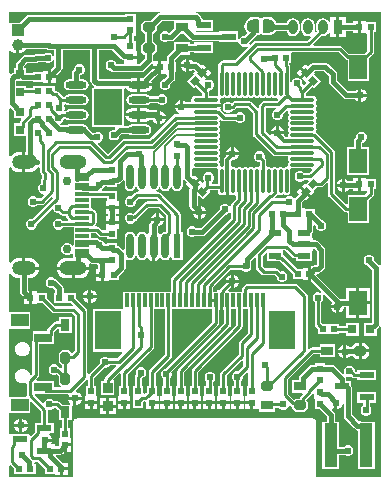
<source format=gbl>
G04*
G04 #@! TF.GenerationSoftware,Altium Limited,Altium Designer,22.1.2 (22)*
G04*
G04 Layer_Physical_Order=4*
G04 Layer_Color=16711680*
%FSLAX25Y25*%
%MOIN*%
G70*
G04*
G04 #@! TF.SameCoordinates,F82994AF-303A-43CC-98E4-720CC67364FB*
G04*
G04*
G04 #@! TF.FilePolarity,Positive*
G04*
G01*
G75*
%ADD10C,0.02000*%
%ADD11C,0.01000*%
%ADD20C,0.01500*%
%ADD21C,0.03937*%
%ADD22R,0.03937X0.03937*%
%ADD23O,0.03150X0.04724*%
%ADD24R,0.03150X0.04724*%
%ADD25O,0.09055X0.04724*%
%ADD26O,0.07874X0.04724*%
%ADD27C,0.02953*%
%ADD28C,0.02400*%
%ADD42C,0.00800*%
%ADD43R,0.01181X0.04724*%
%ADD44R,0.08661X0.12992*%
%ADD45R,0.03347X0.03543*%
%ADD46R,0.02165X0.02362*%
%ADD47O,0.02362X0.08268*%
%ADD48R,0.02362X0.08268*%
%ADD49R,0.02362X0.02165*%
%ADD50R,0.04134X0.02362*%
%ADD51O,0.08268X0.01181*%
%ADD52O,0.01181X0.08268*%
%ADD53R,0.09500X0.12000*%
%ADD54O,0.07087X0.02400*%
%ADD55R,0.04331X0.14567*%
%ADD56R,0.03937X0.03150*%
G04:AMPARAMS|DCode=57|XSize=39.37mil|YSize=31.5mil|CornerRadius=0mil|HoleSize=0mil|Usage=FLASHONLY|Rotation=0.000|XOffset=0mil|YOffset=0mil|HoleType=Round|Shape=Octagon|*
%AMOCTAGOND57*
4,1,8,0.01968,-0.00787,0.01968,0.00787,0.01181,0.01575,-0.01181,0.01575,-0.01968,0.00787,-0.01968,-0.00787,-0.01181,-0.01575,0.01181,-0.01575,0.01968,-0.00787,0.0*
%
%ADD57OCTAGOND57*%

%ADD58R,0.05906X0.03150*%
%ADD59R,0.05906X0.04331*%
%ADD60R,0.05906X0.07874*%
G04:AMPARAMS|DCode=61|XSize=23.62mil|YSize=21.65mil|CornerRadius=0mil|HoleSize=0mil|Usage=FLASHONLY|Rotation=45.000|XOffset=0mil|YOffset=0mil|HoleType=Round|Shape=Rectangle|*
%AMROTATEDRECTD61*
4,1,4,-0.00070,-0.01601,-0.01601,-0.00070,0.00070,0.01601,0.01601,0.00070,-0.00070,-0.01601,0.0*
%
%ADD61ROTATEDRECTD61*%

G04:AMPARAMS|DCode=62|XSize=23.62mil|YSize=21.65mil|CornerRadius=0mil|HoleSize=0mil|Usage=FLASHONLY|Rotation=315.000|XOffset=0mil|YOffset=0mil|HoleType=Round|Shape=Rectangle|*
%AMROTATEDRECTD62*
4,1,4,-0.01601,0.00070,-0.00070,0.01601,0.01601,-0.00070,0.00070,-0.01601,-0.01601,0.00070,0.0*
%
%ADD62ROTATEDRECTD62*%

%ADD63C,0.02362*%
%ADD64R,0.05118X0.02362*%
%ADD65R,0.03150X0.03937*%
G04:AMPARAMS|DCode=66|XSize=39.37mil|YSize=31.5mil|CornerRadius=0mil|HoleSize=0mil|Usage=FLASHONLY|Rotation=90.000|XOffset=0mil|YOffset=0mil|HoleType=Round|Shape=Octagon|*
%AMOCTAGOND66*
4,1,8,0.00787,0.01968,-0.00787,0.01968,-0.01575,0.01181,-0.01575,-0.01181,-0.00787,-0.01968,0.00787,-0.01968,0.01575,-0.01181,0.01575,0.01181,0.00787,0.01968,0.0*
%
%ADD66OCTAGOND66*%

%ADD67R,0.03000X0.03000*%
%ADD68R,0.03000X0.03000*%
%ADD69R,0.04528X0.01181*%
%ADD70R,0.04520X0.01180*%
%ADD71C,0.00600*%
%ADD72C,0.01200*%
G36*
X88850Y153272D02*
X89272Y152850D01*
X89500Y152298D01*
Y152000D01*
Y151500D01*
Y151102D01*
X89196Y150367D01*
X88633Y149804D01*
X87898Y149500D01*
X86000D01*
Y153500D01*
X88298D01*
X88850Y153272D01*
D02*
G37*
G36*
X84000Y149500D02*
X81702D01*
X81150Y149728D01*
X80728Y150150D01*
X80500Y150702D01*
Y151000D01*
Y151500D01*
Y151898D01*
X80805Y152633D01*
X81367Y153196D01*
X82102Y153500D01*
X84000D01*
Y149500D01*
D02*
G37*
G36*
X56093Y150953D02*
X54517Y149376D01*
X54169D01*
X54020Y149526D01*
X53358Y149800D01*
X52642D01*
X51980Y149526D01*
X51474Y149020D01*
X51200Y148358D01*
Y147642D01*
X51474Y146980D01*
X51980Y146474D01*
X52642Y146200D01*
X53358D01*
X54020Y146474D01*
X54169Y146624D01*
X55087D01*
X55613Y146728D01*
X56060Y147027D01*
X58039Y149006D01*
X59283D01*
X61231Y147058D01*
X61678Y146760D01*
X62205Y146655D01*
X62205Y146655D01*
X71053D01*
Y146250D01*
X77238D01*
X77444Y146202D01*
X77763Y145989D01*
X77974Y145480D01*
X78480Y144974D01*
X79142Y144700D01*
X79858D01*
X80346Y144902D01*
X80629Y144478D01*
X76273Y140122D01*
X72436D01*
X72007Y140036D01*
X71643Y139793D01*
X71643Y139793D01*
X71057Y139207D01*
X70814Y138843D01*
X70729Y138414D01*
X70729Y138414D01*
Y136291D01*
X70636Y135827D01*
Y128740D01*
X70673Y128559D01*
X70260Y128146D01*
X70079Y128182D01*
X67657D01*
Y129639D01*
X67657Y129639D01*
X67858Y130111D01*
X68520Y130385D01*
X69026Y130892D01*
X69300Y131553D01*
Y132269D01*
X69026Y132931D01*
X68520Y133437D01*
X67858Y133711D01*
X67142D01*
X66714Y133534D01*
X66431Y133958D01*
X66615Y134142D01*
X65142Y135615D01*
X65496Y135968D01*
X65142Y136322D01*
X66684Y137864D01*
X65565Y138983D01*
X64996Y138414D01*
X64109Y139301D01*
X63662Y139600D01*
X63136Y139704D01*
X62382D01*
X62365Y139746D01*
X61746Y140365D01*
X61000Y140674D01*
Y138500D01*
Y136326D01*
X61746Y136635D01*
X62063Y136951D01*
X62566D01*
X63050Y136467D01*
X62481Y135898D01*
X62764Y135616D01*
X60402Y133254D01*
X62781Y130874D01*
X63248Y131340D01*
X65088Y129500D01*
X65088Y129500D01*
X65414Y129174D01*
Y128182D01*
X62992D01*
X62528Y128090D01*
X62134Y127827D01*
X61871Y127433D01*
X61778Y126969D01*
X61827Y126724D01*
X61538Y126279D01*
X61457Y126224D01*
X60057D01*
X59716Y126565D01*
X58970Y126874D01*
Y124700D01*
X58470D01*
Y124200D01*
X56296D01*
X56605Y123454D01*
X57223Y122835D01*
X57587Y122685D01*
X57487Y122185D01*
X56567D01*
X56567Y122185D01*
X56138Y122099D01*
X55774Y121856D01*
X55774Y121856D01*
X47948Y114030D01*
X39408D01*
X38979Y113944D01*
X38615Y113701D01*
X38615Y113701D01*
X33881Y108967D01*
X30611Y112238D01*
X30802Y112700D01*
X30858D01*
X31520Y112974D01*
X32026Y113480D01*
X32300Y114142D01*
Y114858D01*
X32026Y115520D01*
X31520Y116026D01*
X30858Y116300D01*
X30142D01*
X29535Y116049D01*
X28819D01*
X27516Y117352D01*
X27464Y117612D01*
X27066Y118207D01*
X26471Y118605D01*
X25769Y118745D01*
X21082D01*
X20380Y118605D01*
X20160Y118458D01*
X18478D01*
X18151Y118833D01*
X18257Y119317D01*
X18521Y119426D01*
X19027Y119932D01*
X19260Y120496D01*
X19636Y120606D01*
X19784Y120612D01*
X20380Y120214D01*
X21082Y120074D01*
X25769D01*
X26471Y120214D01*
X27066Y120612D01*
X27464Y121207D01*
X27604Y121909D01*
X27464Y122612D01*
X27066Y123207D01*
X26471Y123605D01*
X25769Y123745D01*
X21082D01*
X20380Y123605D01*
X19894Y123281D01*
X19639Y123389D01*
X19441Y123634D01*
X19552Y123903D01*
Y124619D01*
X19386Y125019D01*
X19702Y125510D01*
X19895Y125538D01*
X20380Y125214D01*
X21082Y125074D01*
X25769D01*
X26471Y125214D01*
X27066Y125612D01*
X27464Y126207D01*
X27604Y126909D01*
X27464Y127612D01*
X27066Y128207D01*
X26471Y128605D01*
X25769Y128745D01*
X21082D01*
X20380Y128605D01*
X19784Y128207D01*
X19667Y128031D01*
X18934D01*
X18528Y128437D01*
X18525Y128441D01*
X17357Y129610D01*
X16993Y129853D01*
X16564Y129938D01*
X16250Y130284D01*
Y131604D01*
X12687D01*
Y131604D01*
X12509D01*
Y131604D01*
X8947D01*
Y131043D01*
X6825D01*
Y131600D01*
X3226D01*
Y133301D01*
X3299Y133374D01*
X3975D01*
X4107Y133400D01*
X5013D01*
X5052Y133374D01*
X5579Y133269D01*
X5579Y133269D01*
X8947D01*
Y132963D01*
X12287D01*
Y132563D01*
X13969D01*
Y134646D01*
Y136728D01*
X12287D01*
Y136328D01*
X8947D01*
Y136022D01*
X6825D01*
Y137600D01*
X6101D01*
Y138154D01*
X7070Y139124D01*
X9735D01*
X10261Y139228D01*
X10708Y139527D01*
X10739Y139558D01*
X12765D01*
X12915Y139409D01*
X13576Y139135D01*
X14292D01*
X14954Y139409D01*
X15460Y139915D01*
X15624Y140309D01*
X16124Y140209D01*
Y138247D01*
X14968Y137092D01*
Y135146D01*
X16915D01*
X18473Y136704D01*
X18772Y137150D01*
X18876Y137677D01*
Y143494D01*
X20236D01*
X20236Y143494D01*
X28124D01*
Y133379D01*
X28228Y132852D01*
X28527Y132405D01*
X29405Y131527D01*
X29431Y131509D01*
X29280Y131009D01*
X28508D01*
Y117809D01*
X36245D01*
X36436Y117348D01*
X36097Y117008D01*
X35642D01*
X34980Y116734D01*
X34474Y116228D01*
X34200Y115566D01*
Y114850D01*
X34474Y114189D01*
X34980Y113682D01*
X35642Y113408D01*
X36358D01*
X37020Y113682D01*
X37526Y114189D01*
X37777Y114795D01*
X38515Y115533D01*
X40768D01*
X41246Y115214D01*
X41948Y115074D01*
X46635D01*
X47337Y115214D01*
X47932Y115612D01*
X48330Y116207D01*
X48470Y116909D01*
X48330Y117612D01*
X47932Y118207D01*
X47337Y118605D01*
X46635Y118745D01*
X41948D01*
X41246Y118605D01*
X40768Y118286D01*
X39208D01*
Y130621D01*
X39210Y130625D01*
X39691Y131051D01*
X39876Y131051D01*
X40362Y130323D01*
X41090Y129837D01*
X41948Y129666D01*
X43791D01*
Y131909D01*
Y134152D01*
X41948D01*
X41090Y133982D01*
X40932Y133876D01*
X30949D01*
X30876Y133949D01*
Y143624D01*
X35430D01*
X38466Y140588D01*
X38912Y140289D01*
X39417Y140189D01*
X39417Y138949D01*
X38947Y138876D01*
X36792D01*
X36526Y139520D01*
X36020Y140026D01*
X35358Y140300D01*
X34642D01*
X33980Y140026D01*
X33474Y139520D01*
X33200Y138858D01*
Y138142D01*
X33474Y137480D01*
X33980Y136974D01*
X34642Y136700D01*
X34853D01*
X35027Y136527D01*
X35027Y136527D01*
X35473Y136228D01*
X36000Y136124D01*
X45000D01*
X45527Y136228D01*
X45973Y136527D01*
X48598Y139152D01*
X48653Y139150D01*
X49098Y138994D01*
Y138295D01*
X50779D01*
Y139878D01*
X49472D01*
X49056Y140114D01*
X49014Y140343D01*
Y141920D01*
X49119D01*
X50206Y143007D01*
Y145182D01*
X49119Y146269D01*
X49014D01*
Y149006D01*
X49119D01*
X50206Y150094D01*
Y151409D01*
X51920Y153124D01*
X56093D01*
Y150953D01*
D02*
G37*
G36*
X4437Y142238D02*
X5083Y142411D01*
X5760Y142802D01*
X6312Y143354D01*
X6570Y143801D01*
X13639D01*
X13942Y143598D01*
X14469Y143494D01*
X16124D01*
Y141660D01*
X15624Y141560D01*
X15460Y141954D01*
X14954Y142460D01*
X14292Y142735D01*
X13576D01*
X12915Y142460D01*
X12765Y142311D01*
X10169D01*
X10169Y142311D01*
X9642Y142206D01*
X9196Y141908D01*
X9164Y141876D01*
X6500D01*
X6500Y141876D01*
X5973Y141772D01*
X5527Y141473D01*
X3751Y139698D01*
X3453Y139251D01*
X3348Y138725D01*
Y137600D01*
X2625D01*
Y136106D01*
X2202Y136022D01*
X1755Y135724D01*
X1584Y135552D01*
X1122Y135743D01*
Y143117D01*
X1373Y143252D01*
X1622Y143295D01*
X2114Y142802D01*
X2791Y142411D01*
X3437Y142238D01*
Y145177D01*
X4437D01*
Y142238D01*
D02*
G37*
G36*
X51262Y155859D02*
X50824Y155772D01*
X50377Y155473D01*
X50377Y155473D01*
X48260Y153356D01*
X46157D01*
X45069Y152269D01*
Y150094D01*
X46157Y149006D01*
X46261D01*
Y146269D01*
X46157D01*
X45069Y145182D01*
Y143007D01*
X46157Y141920D01*
X46261D01*
Y140708D01*
X44430Y138876D01*
X44053D01*
X43583Y138949D01*
X43583Y139376D01*
Y140630D01*
X41500D01*
Y141630D01*
X43583D01*
Y143311D01*
X43183D01*
Y146651D01*
X42622D01*
Y148349D01*
X43183D01*
Y151911D01*
X43183D01*
Y152089D01*
X43183D01*
Y155651D01*
X39817D01*
Y155246D01*
X7709D01*
X7709Y155246D01*
X7182Y155142D01*
X6735Y154843D01*
X4559Y152667D01*
X1369D01*
X1122Y153065D01*
Y156359D01*
X51212D01*
X51262Y155859D01*
D02*
G37*
G36*
X124863Y72037D02*
X124363Y71885D01*
X124323Y71944D01*
X122800Y73468D01*
Y73858D01*
X122526Y74520D01*
X122020Y75026D01*
X121358Y75300D01*
X120642D01*
X119980Y75026D01*
X119474Y74520D01*
X119200Y73858D01*
Y73142D01*
X119474Y72480D01*
X119980Y71974D01*
X120642Y71700D01*
X120674D01*
X121974Y70401D01*
Y52920D01*
X121654Y52600D01*
X119400D01*
Y48400D01*
X123600D01*
Y50653D01*
X124323Y51376D01*
X124363Y51435D01*
X124863Y51284D01*
Y1122D01*
X103484D01*
Y19685D01*
X103398Y20114D01*
X103155Y20478D01*
X102791Y20721D01*
X102362Y20807D01*
X23622D01*
X23193Y20721D01*
X22829Y20478D01*
X22586Y20114D01*
X22501Y19685D01*
Y1122D01*
X1122D01*
Y4951D01*
X1622Y5159D01*
X2648Y4132D01*
Y2254D01*
X6210D01*
X6210Y2254D01*
X6388D01*
Y2254D01*
X6710Y2254D01*
X9950D01*
Y5620D01*
X9495D01*
X9354Y5805D01*
X9555Y6367D01*
X9601Y6379D01*
X10539D01*
X12884Y4034D01*
Y2254D01*
X16224D01*
Y1854D01*
X17906D01*
Y3937D01*
X18406D01*
Y4437D01*
X20587D01*
Y6020D01*
X18762D01*
X16618Y8163D01*
X16825Y8663D01*
X17913D01*
X18440Y8768D01*
X18887Y9066D01*
X19185Y9364D01*
Y11909D01*
X19685D01*
Y12409D01*
X21768D01*
Y14090D01*
X21368D01*
Y17431D01*
X20807D01*
Y20266D01*
X21860D01*
Y25050D01*
X22360Y25384D01*
X22500Y25326D01*
Y27000D01*
X20826D01*
X21135Y26254D01*
X21486Y25903D01*
X21279Y25403D01*
X18719D01*
X18699Y25407D01*
X17813Y26293D01*
X17449Y26536D01*
X17020Y26622D01*
X17020Y26622D01*
X15924D01*
X15520Y27026D01*
X14858Y27300D01*
X14142D01*
X13480Y27026D01*
X12974Y26520D01*
X12768Y26022D01*
X12238Y25845D01*
X9617Y28466D01*
X9808Y28928D01*
X13368D01*
X13476Y28906D01*
X13476Y28906D01*
X15361D01*
X15500Y28878D01*
X15500Y28878D01*
X20649D01*
X20983Y28378D01*
X20826Y28000D01*
X25174D01*
X24865Y28746D01*
X24246Y29365D01*
X23477Y29684D01*
X23248Y30162D01*
X26725Y33639D01*
X26999Y33586D01*
X27225Y33453D01*
Y31592D01*
X26664D01*
Y28252D01*
X26264D01*
Y26571D01*
X28346D01*
X30429D01*
Y28252D01*
X30029D01*
Y31592D01*
X29468D01*
Y34382D01*
X32786Y37700D01*
X33358D01*
X34020Y37974D01*
X34526Y38480D01*
X34535Y38502D01*
X36525D01*
X36716Y38040D01*
X33147Y34471D01*
X32904Y34107D01*
X32819Y33678D01*
X32473Y33364D01*
X31585D01*
Y28620D01*
X36132D01*
Y33364D01*
X35866D01*
X35674Y33825D01*
X37804Y35955D01*
X37811Y35954D01*
X38285Y35729D01*
Y31592D01*
X37687D01*
Y28252D01*
X37287D01*
Y26571D01*
X39370D01*
Y26071D01*
D01*
Y26571D01*
X41453D01*
Y28252D01*
X41053D01*
Y31592D01*
X40528D01*
Y35442D01*
X49023Y43936D01*
X49023Y43937D01*
X49266Y44300D01*
X49351Y44730D01*
Y57140D01*
X53013D01*
Y42099D01*
X48026Y37112D01*
X47783Y36748D01*
X47697Y36319D01*
X47697Y36319D01*
Y31592D01*
X47136D01*
Y29616D01*
X46922Y29402D01*
X46851Y29388D01*
X46488Y29145D01*
X46277Y28935D01*
X45777Y29142D01*
Y31592D01*
X45216D01*
Y34200D01*
X45358D01*
X46020Y34474D01*
X46526Y34980D01*
X46800Y35642D01*
Y36358D01*
X46526Y37020D01*
X46020Y37526D01*
X45358Y37800D01*
X44642D01*
X43980Y37526D01*
X43474Y37020D01*
X43200Y36358D01*
Y35642D01*
X43273Y35466D01*
X43058Y35145D01*
X42973Y34716D01*
X42973Y34716D01*
Y31592D01*
X42412D01*
Y28030D01*
X42412Y28030D01*
Y27852D01*
X42412D01*
X42412Y27530D01*
Y24290D01*
X45777D01*
Y26266D01*
X45920Y26408D01*
X46459D01*
X46459Y26408D01*
X46736Y26180D01*
Y23890D01*
X48319D01*
Y26071D01*
X48819D01*
Y26571D01*
X50902D01*
Y28252D01*
X50502D01*
Y31592D01*
X49940D01*
Y35854D01*
X54928Y40842D01*
X54928Y40842D01*
X55171Y41205D01*
X55256Y41635D01*
X55256Y41635D01*
Y57140D01*
X68758D01*
Y53044D01*
X52924Y37210D01*
X52480Y37026D01*
X51974Y36520D01*
X51700Y35858D01*
Y35142D01*
X51974Y34480D01*
X52422Y34033D01*
Y31592D01*
X51861D01*
Y28252D01*
X51461D01*
Y26571D01*
X53543D01*
X55626D01*
Y28252D01*
X55226D01*
Y31592D01*
X54665D01*
Y34119D01*
X55026Y34480D01*
X55300Y35142D01*
Y35858D01*
X55137Y36251D01*
X70673Y51786D01*
X70673Y51786D01*
X70916Y52150D01*
X71001Y52579D01*
X71001Y52579D01*
Y56740D01*
X71350D01*
Y60102D01*
X72350D01*
Y56740D01*
X72698D01*
Y52607D01*
X57475Y37383D01*
X57231Y37019D01*
X57146Y36590D01*
X57146Y36590D01*
Y31592D01*
X56585D01*
Y28252D01*
X56185D01*
Y26571D01*
X58268D01*
X60350D01*
Y28252D01*
X59950D01*
Y31592D01*
X59389D01*
Y36125D01*
X74613Y51349D01*
X74613Y51349D01*
X74856Y51713D01*
X74941Y52142D01*
X74941Y52142D01*
Y57140D01*
X76638D01*
Y51923D01*
X62199Y37484D01*
X61956Y37120D01*
X61870Y36691D01*
X61870Y36691D01*
Y31592D01*
X61309D01*
Y28252D01*
X60909D01*
Y26571D01*
X62992D01*
X65075D01*
Y28252D01*
X64675D01*
Y31592D01*
X64114D01*
Y36226D01*
X78553Y50665D01*
X78796Y51029D01*
X78881Y51458D01*
X78881Y51459D01*
Y57140D01*
X80568D01*
Y49209D01*
X77897Y46537D01*
X77653Y46174D01*
X77568Y45744D01*
X77568Y45744D01*
Y42154D01*
X71648Y36234D01*
X71405Y35870D01*
X71319Y35441D01*
X71319Y35441D01*
Y31592D01*
X70758D01*
Y28252D01*
X70358D01*
Y26571D01*
X72441D01*
X74524D01*
Y28252D01*
X74124D01*
Y31592D01*
X73562D01*
Y34976D01*
X78706Y40120D01*
X79168Y39929D01*
Y38254D01*
X77379Y36465D01*
X76807D01*
X76146Y36191D01*
X75639Y35685D01*
X75365Y35023D01*
Y34307D01*
X75639Y33646D01*
X76044Y33241D01*
Y31592D01*
X75483D01*
Y28252D01*
X75083D01*
Y26571D01*
X77165D01*
Y26071D01*
D01*
Y26571D01*
X79248D01*
Y28252D01*
X78848D01*
Y31592D01*
X78287D01*
Y33241D01*
X78691Y33646D01*
X78965Y34307D01*
Y34879D01*
X80306Y36220D01*
X80768Y36029D01*
Y31592D01*
X80207D01*
Y28252D01*
X79807D01*
Y26571D01*
X81890D01*
Y26071D01*
X82390D01*
Y23890D01*
X83972D01*
Y23890D01*
X84439Y23810D01*
Y23022D01*
X89576D01*
Y24378D01*
X91076D01*
X91480Y23974D01*
X92142Y23700D01*
X92858D01*
X93520Y23974D01*
X94026Y24480D01*
X94231Y24976D01*
X94762Y25152D01*
X94936Y24978D01*
X94936Y24978D01*
X95300Y24735D01*
X95463Y24703D01*
Y24110D01*
X96550Y23022D01*
X99513D01*
X100600Y24110D01*
Y26284D01*
X100127Y26757D01*
Y26906D01*
X101893Y28673D01*
X102136Y29036D01*
X102142Y29064D01*
X102642Y29015D01*
Y27248D01*
X103042D01*
Y23908D01*
X104461D01*
X106891Y21477D01*
Y19694D01*
X105502D01*
Y3928D01*
X111033D01*
Y8624D01*
X112831D01*
X112980Y8474D01*
X113642Y8200D01*
X114358D01*
X115020Y8474D01*
X115526Y8980D01*
X115800Y9642D01*
Y10358D01*
X115526Y11020D01*
X115020Y11526D01*
X114358Y11800D01*
X113642D01*
X112980Y11526D01*
X112831Y11376D01*
X111033D01*
Y19694D01*
X109644D01*
Y22047D01*
X109644Y22047D01*
X109539Y22574D01*
X109241Y23021D01*
X108607Y23654D01*
X108890Y24078D01*
X109500Y23826D01*
Y26000D01*
X110500D01*
Y23826D01*
X111246Y24135D01*
X111865Y24754D01*
X112200Y25562D01*
X112690Y25539D01*
Y21433D01*
X112795Y20906D01*
X113094Y20460D01*
X116126Y17428D01*
X116572Y17130D01*
X117099Y17025D01*
X117313Y16612D01*
Y3928D01*
X122844D01*
Y19694D01*
X118832D01*
X118413Y19778D01*
X117669D01*
X115443Y22003D01*
Y30815D01*
X115339Y31342D01*
X115167Y31599D01*
Y33277D01*
X113384D01*
Y33992D01*
X113384Y33992D01*
X113279Y34519D01*
X113274Y34527D01*
X113614Y34919D01*
X114142Y34700D01*
X114858D01*
X115024Y34769D01*
X115349Y34443D01*
X115350Y34443D01*
X115713Y34200D01*
X116143Y34115D01*
X117116D01*
Y33455D01*
X123435D01*
Y37017D01*
X117116D01*
Y36358D01*
X116607D01*
X116300Y36665D01*
Y36858D01*
X116026Y37520D01*
X115520Y38026D01*
X114858Y38300D01*
X114142D01*
X113480Y38026D01*
X112974Y37520D01*
X112700Y36858D01*
Y36142D01*
X112833Y35821D01*
X112409Y35537D01*
X109769Y38178D01*
X109322Y38476D01*
X108795Y38581D01*
X106407D01*
Y39084D01*
X103042D01*
Y38680D01*
X101870D01*
X101343Y38575D01*
X100897Y38276D01*
X97937Y35316D01*
X97638Y34870D01*
X97534Y34343D01*
Y33671D01*
X95463D01*
Y29321D01*
X98716D01*
X98908Y28859D01*
X98212Y28164D01*
X97969Y27800D01*
X97884Y27372D01*
X96550D01*
X96132Y26954D01*
X94122Y28965D01*
Y33773D01*
X102534Y42186D01*
X104518D01*
Y41132D01*
X109655D01*
Y45482D01*
X104518D01*
Y44429D01*
X102070D01*
X102070Y44429D01*
X101641Y44343D01*
X101277Y44100D01*
X101277Y44100D01*
X101122Y43945D01*
X100622Y44152D01*
Y61500D01*
X100622Y61500D01*
X100536Y61929D01*
X100293Y62293D01*
X97293Y65293D01*
X96929Y65536D01*
X96500Y65622D01*
X96500Y65622D01*
X80406D01*
X79977Y65536D01*
X79613Y65293D01*
X79613Y65293D01*
X79027Y64707D01*
X78784Y64343D01*
X78699Y63914D01*
X78699Y63914D01*
Y63064D01*
X74304D01*
X74112Y63526D01*
X74938Y64352D01*
X75000Y64326D01*
Y66000D01*
X73326D01*
X73352Y65938D01*
X71147Y63733D01*
X70967Y63464D01*
X70259D01*
Y63064D01*
X69036D01*
Y64450D01*
X74965Y70378D01*
X78576D01*
X78980Y69974D01*
X79642Y69700D01*
X80358D01*
X81020Y69974D01*
X81526Y70480D01*
X81800Y71142D01*
Y71858D01*
X81549Y72465D01*
Y73204D01*
X82916Y74572D01*
X83378Y74381D01*
Y71086D01*
X83378Y71086D01*
X83464Y70657D01*
X83707Y70293D01*
X85111Y68889D01*
X85111Y68889D01*
X85474Y68646D01*
X85904Y68560D01*
X85904Y68560D01*
X89474D01*
X90200Y67835D01*
Y67642D01*
X90474Y66980D01*
X90980Y66474D01*
X91642Y66200D01*
X92358D01*
X93020Y66474D01*
X93526Y66980D01*
X93800Y67642D01*
Y68358D01*
X93526Y69020D01*
X93020Y69526D01*
X92358Y69800D01*
X91642D01*
X91476Y69731D01*
X90732Y70475D01*
X90368Y70718D01*
X89939Y70804D01*
X89939Y70804D01*
X86368D01*
X85622Y71550D01*
Y75021D01*
X86635Y76035D01*
X87097Y75844D01*
Y73219D01*
X90337D01*
X90445Y73197D01*
X90445Y73197D01*
X91358D01*
X95561Y68994D01*
Y67215D01*
X98902D01*
Y66815D01*
X100583D01*
Y68898D01*
Y70980D01*
X98902D01*
Y70580D01*
X97148D01*
X92616Y75112D01*
X92431Y75236D01*
Y76781D01*
X92890Y76878D01*
X93035D01*
X95438Y74476D01*
X95438Y74476D01*
X95802Y74232D01*
X96231Y74147D01*
X96546D01*
Y73219D01*
X101880D01*
Y76559D01*
X102279D01*
Y77147D01*
X102779Y77274D01*
X103624Y76430D01*
Y72070D01*
X103369Y71816D01*
X102723D01*
X102196Y71711D01*
X101750Y71413D01*
X101583Y71246D01*
Y68898D01*
Y66549D01*
X105097Y63035D01*
X104814Y62611D01*
X104358Y62800D01*
X103642D01*
X102980Y62526D01*
X102474Y62020D01*
X102200Y61358D01*
Y60642D01*
X102474Y59980D01*
X102878Y59576D01*
Y52130D01*
X102878Y52130D01*
X102964Y51701D01*
X103207Y51337D01*
X103849Y50695D01*
Y48817D01*
X107089D01*
X107411Y48817D01*
X107911Y48817D01*
X111151D01*
Y49378D01*
X113400D01*
Y48400D01*
X117600D01*
Y52600D01*
X113400D01*
Y51622D01*
X111151D01*
Y52183D01*
X107911D01*
X107589Y52183D01*
X107089Y52183D01*
X105533D01*
X105122Y52595D01*
Y59576D01*
X105526Y59980D01*
X105800Y60642D01*
Y61358D01*
X105611Y61814D01*
X106035Y62097D01*
X108760Y59372D01*
X108635Y59246D01*
X108326Y58500D01*
X110500D01*
Y58000D01*
X111000D01*
Y55826D01*
X111746Y56135D01*
X112365Y56754D01*
X112700Y57562D01*
Y57927D01*
X113370D01*
Y54366D01*
X116823D01*
Y59303D01*
Y64240D01*
X113370D01*
Y60680D01*
X111803D01*
X111386Y60597D01*
X111301Y60724D01*
X111301Y60724D01*
X103463Y68563D01*
X103670Y69063D01*
X103939D01*
X104466Y69168D01*
X104913Y69466D01*
X105973Y70527D01*
X105973Y70527D01*
X106272Y70973D01*
X106376Y71500D01*
Y77000D01*
X106377Y77000D01*
X106272Y77527D01*
X105973Y77973D01*
X104233Y79713D01*
X103787Y80012D01*
X103260Y80117D01*
X102279D01*
Y80921D01*
X101880D01*
Y82315D01*
X102056Y82491D01*
X102354Y82938D01*
X102459Y83465D01*
Y84888D01*
X102954Y85110D01*
X103200Y84916D01*
Y84642D01*
X103474Y83980D01*
X103980Y83474D01*
X104642Y83200D01*
X105358D01*
X106020Y83474D01*
X106526Y83980D01*
X106800Y84642D01*
Y85358D01*
X106526Y86020D01*
X106020Y86526D01*
X105358Y86800D01*
X105304D01*
X102864Y89240D01*
Y90659D01*
X99524D01*
Y91059D01*
X98719D01*
Y92759D01*
X99525Y93565D01*
X99789Y93300D01*
X100978Y94489D01*
X99505Y95962D01*
X98032Y97435D01*
X96844Y96246D01*
X97578Y95511D01*
X96383Y94316D01*
X96366Y94302D01*
X95758Y94288D01*
X95520Y94526D01*
X94858Y94800D01*
X94142D01*
X93480Y94526D01*
X93076Y94122D01*
X89894D01*
X89702Y94583D01*
X90325Y95207D01*
X90325Y95207D01*
X90358Y95256D01*
X90627Y95545D01*
X90999Y95383D01*
X91071Y95335D01*
X91535Y95243D01*
X92000Y95335D01*
X92394Y95598D01*
X92646D01*
X93039Y95335D01*
X93504Y95243D01*
X93968Y95335D01*
X94362Y95598D01*
X94625Y95992D01*
X94718Y96457D01*
Y103543D01*
X94682Y103724D01*
X95095Y104137D01*
X95276Y104101D01*
X101808D01*
X102015Y103601D01*
X101035Y102622D01*
X99424D01*
X99020Y103026D01*
X98358Y103300D01*
X97642D01*
X96980Y103026D01*
X96474Y102520D01*
X96200Y101858D01*
Y101142D01*
X96474Y100480D01*
X96980Y99974D01*
X97642Y99700D01*
X98358D01*
X99020Y99974D01*
X99424Y100378D01*
X100835D01*
X101042Y99878D01*
X100211Y99048D01*
X99928Y99330D01*
X98740Y98142D01*
X100212Y96669D01*
X101685Y95196D01*
X102874Y96385D01*
X102591Y96668D01*
X103762Y97839D01*
X104960D01*
X104960Y97839D01*
X105389Y97924D01*
X105753Y98167D01*
X106916Y99330D01*
X107378Y99139D01*
Y95500D01*
X107378Y95500D01*
X107464Y95071D01*
X107707Y94707D01*
X112672Y89741D01*
X112672Y89741D01*
X113036Y89498D01*
X113465Y89413D01*
X113849Y89113D01*
Y85997D01*
X120954D01*
Y93485D01*
X122348Y94879D01*
X122348Y94879D01*
X122591Y95243D01*
X122677Y95673D01*
X122677Y95673D01*
Y97136D01*
X123336D01*
Y100502D01*
X119996D01*
Y100902D01*
X118315D01*
Y98819D01*
Y96736D01*
X119996D01*
Y96736D01*
X120366Y96609D01*
X120418Y96122D01*
X119368Y95072D01*
X113849D01*
Y92391D01*
X113387Y92199D01*
X109622Y95965D01*
Y109442D01*
X109536Y109871D01*
X109293Y110235D01*
X109293Y110235D01*
X103612Y115916D01*
X103563Y115949D01*
X103274Y116218D01*
X103436Y116589D01*
X103484Y116661D01*
X103576Y117126D01*
X103484Y117590D01*
X103221Y117984D01*
Y118236D01*
X103484Y118630D01*
X103576Y119095D01*
X103484Y119559D01*
X103221Y119953D01*
Y120205D01*
X103484Y120598D01*
X103576Y121063D01*
X103484Y121528D01*
X103221Y121921D01*
Y122173D01*
X103484Y122567D01*
X103576Y123031D01*
X103484Y123496D01*
X103221Y123890D01*
Y124142D01*
X103484Y124536D01*
X103576Y125000D01*
X103484Y125464D01*
X103221Y125858D01*
Y126110D01*
X103484Y126504D01*
X103576Y126969D01*
X103484Y127433D01*
X103221Y127827D01*
X102827Y128090D01*
X102362Y128182D01*
X99940D01*
Y129174D01*
X102107Y131340D01*
X102573Y130874D01*
X104953Y133254D01*
X102591Y135616D01*
X102874Y135898D01*
X102610Y136163D01*
X103071Y136624D01*
X105930D01*
X107624Y134930D01*
Y133000D01*
X107728Y132473D01*
X108027Y132027D01*
X112527Y127527D01*
X112973Y127228D01*
X113500Y127124D01*
X116265D01*
X116754Y126635D01*
X117500Y126326D01*
Y128500D01*
Y130674D01*
X116754Y130365D01*
X116265Y129876D01*
X114070D01*
X110376Y133570D01*
Y135500D01*
X110272Y136027D01*
X109973Y136473D01*
X109973Y136473D01*
X107473Y138973D01*
X107027Y139272D01*
X106500Y139376D01*
X102500D01*
X101974Y139272D01*
X101527Y138973D01*
X100663Y138109D01*
X99789Y138983D01*
X98670Y137864D01*
X100212Y136322D01*
X99859Y135968D01*
X100212Y135615D01*
X98740Y134142D01*
X99884Y132997D01*
X100131Y132537D01*
X99402Y131808D01*
X99216Y131840D01*
X98800Y132142D01*
Y132858D01*
X98526Y133520D01*
X98020Y134026D01*
X97358Y134300D01*
X96642D01*
X95980Y134026D01*
X95474Y133520D01*
X95200Y132858D01*
X94718Y132901D01*
Y135827D01*
X94626Y136291D01*
Y138097D01*
X94626Y138097D01*
X94540Y138526D01*
X94492Y138599D01*
Y139317D01*
X95151D01*
Y142683D01*
X95612Y142778D01*
X110815D01*
X113171Y140423D01*
X113535Y140179D01*
X113849Y140117D01*
Y133242D01*
X120954D01*
Y140729D01*
X122348Y142123D01*
X122348Y142123D01*
X122591Y142487D01*
X122677Y142917D01*
X122677Y142917D01*
Y149498D01*
X123336D01*
Y152864D01*
X119996D01*
Y153264D01*
X118315D01*
Y151181D01*
Y149098D01*
X119996D01*
Y149098D01*
X120434Y148948D01*
Y143381D01*
X119368Y142316D01*
X115057D01*
X114949Y142337D01*
X114949Y142337D01*
X114429D01*
X112073Y144693D01*
X111709Y144936D01*
X111280Y145022D01*
X111280Y145022D01*
X102517D01*
X102325Y145484D01*
X105123Y148281D01*
X105650Y148176D01*
X106498Y148345D01*
X107218Y148826D01*
X107575Y149360D01*
X108075Y149209D01*
Y147819D01*
X110150D01*
Y151181D01*
Y154543D01*
X108075D01*
Y153154D01*
X107575Y153002D01*
X107218Y153536D01*
X106498Y154017D01*
X105650Y154186D01*
X104801Y154017D01*
X104082Y153536D01*
X103601Y152817D01*
X103432Y151969D01*
Y150394D01*
X103537Y149867D01*
X103206Y149537D01*
X102745Y149783D01*
X102867Y150394D01*
Y151969D01*
X102698Y152817D01*
X102218Y153536D01*
X101498Y154017D01*
X100650Y154186D01*
X99801Y154017D01*
X99082Y153536D01*
X98601Y152817D01*
X98432Y151969D01*
Y150394D01*
X98601Y149545D01*
X99082Y148826D01*
X99801Y148345D01*
X100650Y148176D01*
X101260Y148298D01*
X101507Y147837D01*
X100291Y146622D01*
X83237D01*
X83237Y146622D01*
X82808Y146536D01*
X82444Y146293D01*
X82444Y146293D01*
X81522Y145370D01*
X81098Y145654D01*
X81277Y146087D01*
X83328Y148137D01*
X83328Y148137D01*
X83557Y148480D01*
X84000D01*
X84390Y148558D01*
X84721Y148779D01*
X85279D01*
X85610Y148558D01*
X86000Y148480D01*
X87500D01*
Y148474D01*
X88283Y148577D01*
X89013Y148880D01*
X89640Y149360D01*
X89981Y149805D01*
X93549D01*
X93601Y149545D01*
X94082Y148826D01*
X94801Y148345D01*
X95650Y148176D01*
X96498Y148345D01*
X97218Y148826D01*
X97698Y149545D01*
X97867Y150394D01*
Y151969D01*
X97698Y152817D01*
X97218Y153536D01*
X96498Y154017D01*
X95650Y154186D01*
X94801Y154017D01*
X94082Y153536D01*
X93601Y152817D01*
X93549Y152558D01*
X90309D01*
X90121Y153013D01*
X89640Y153640D01*
X89312Y153891D01*
X89304Y153902D01*
X89252Y153937D01*
X89013Y154121D01*
X88283Y154423D01*
X87500Y154526D01*
Y154520D01*
X86000D01*
X85610Y154442D01*
X85279Y154221D01*
X84721D01*
X84390Y154442D01*
X84000Y154520D01*
X82500D01*
Y154526D01*
X81717Y154423D01*
X80987Y154121D01*
X80360Y153640D01*
X79879Y153013D01*
X79577Y152283D01*
X79474Y151500D01*
X79577Y150717D01*
X79879Y149987D01*
X80360Y149360D01*
X80379Y149082D01*
X79597Y148300D01*
X79142D01*
X78480Y148026D01*
X77974Y147520D01*
X77872Y147272D01*
X77372Y147372D01*
Y149813D01*
X71053D01*
Y149408D01*
X63123D01*
X63078Y149490D01*
X63373Y149991D01*
X69104D01*
Y153553D01*
X65512D01*
Y153581D01*
X65408Y154107D01*
X65109Y154554D01*
X64190Y155473D01*
X63743Y155772D01*
X63305Y155859D01*
X63355Y156359D01*
X124863D01*
Y72037D01*
D02*
G37*
G36*
X89102Y127619D02*
X89567Y127526D01*
X90031Y127619D01*
X90117Y127676D01*
X90462Y127439D01*
X90512Y126912D01*
X90222Y126622D01*
X86086D01*
X85657Y126536D01*
X85293Y126293D01*
X85293Y126293D01*
X84707Y125707D01*
X84464Y125343D01*
X84378Y124914D01*
X84378Y124914D01*
Y124415D01*
X83878Y124208D01*
X81793Y126293D01*
X81429Y126536D01*
X81000Y126622D01*
X81000Y126622D01*
X76500D01*
X76500Y126622D01*
X76071Y126536D01*
X75707Y126293D01*
X75707Y126293D01*
X75230Y125816D01*
X75020Y126026D01*
X74358Y126300D01*
X73642D01*
X72980Y126026D01*
X72474Y125520D01*
X72200Y124858D01*
Y124142D01*
X72474Y123480D01*
X72980Y122974D01*
X73642Y122700D01*
X74358D01*
X75020Y122974D01*
X75526Y123480D01*
X75550Y123538D01*
X75659D01*
X75659Y123538D01*
X76088Y123623D01*
X76452Y123866D01*
X76965Y124378D01*
X80535D01*
X82378Y122535D01*
Y115500D01*
X82378Y115500D01*
X82464Y115071D01*
X82707Y114707D01*
X88955Y108459D01*
X88955Y108459D01*
X89319Y108216D01*
X89748Y108130D01*
X93854D01*
X94131Y107630D01*
X94062Y107283D01*
X94154Y106819D01*
X94417Y106425D01*
Y106173D01*
X94154Y105780D01*
X94062Y105315D01*
X94098Y105134D01*
X93685Y104721D01*
X93504Y104757D01*
X93039Y104665D01*
X92646Y104402D01*
X92394D01*
X92000Y104665D01*
X91535Y104757D01*
X91071Y104665D01*
X90677Y104402D01*
X90425D01*
X90031Y104665D01*
X89567Y104757D01*
X89102Y104665D01*
X88709Y104402D01*
X88457D01*
X88063Y104665D01*
X87598Y104757D01*
X87252Y104688D01*
X86752Y104965D01*
Y106870D01*
X86752Y106870D01*
X86666Y107299D01*
X86423Y107663D01*
X86423Y107663D01*
X86300Y107786D01*
Y108358D01*
X86026Y109020D01*
X85520Y109526D01*
X84858Y109800D01*
X84142D01*
X83480Y109526D01*
X82974Y109020D01*
X82700Y108358D01*
Y107642D01*
X82974Y106980D01*
X83480Y106474D01*
X84142Y106200D01*
X84508D01*
Y104965D01*
X84008Y104688D01*
X83661Y104757D01*
X83197Y104665D01*
X82803Y104402D01*
X82551D01*
X82157Y104665D01*
X81693Y104757D01*
X81228Y104665D01*
X80835Y104402D01*
X80583D01*
X80189Y104665D01*
X79724Y104757D01*
X79260Y104665D01*
X78866Y104402D01*
X78614D01*
X78220Y104665D01*
X77756Y104757D01*
X77291Y104665D01*
X76898Y104402D01*
X76646D01*
X76252Y104665D01*
X75787Y104757D01*
X75542Y104708D01*
X75098Y104997D01*
X75042Y105079D01*
Y106487D01*
X75355Y106800D01*
X75938D01*
X76746Y107135D01*
X77365Y107754D01*
X77674Y108500D01*
X73326D01*
X73405Y108310D01*
X72954Y107859D01*
X72689Y107462D01*
X72595Y106994D01*
Y105079D01*
X72540Y104997D01*
X72095Y104708D01*
X71850Y104757D01*
X71669Y104721D01*
X71257Y105134D01*
X71293Y105315D01*
X71200Y105780D01*
X70937Y106173D01*
Y106425D01*
X71200Y106819D01*
X71293Y107283D01*
X71200Y107748D01*
X70937Y108142D01*
Y108394D01*
X71200Y108787D01*
X71293Y109252D01*
X71200Y109716D01*
X70937Y110110D01*
Y110362D01*
X71200Y110756D01*
X71293Y111221D01*
X71200Y111685D01*
X70937Y112079D01*
Y112331D01*
X71200Y112724D01*
X71293Y113189D01*
X71200Y113654D01*
X70937Y114047D01*
Y114299D01*
X71200Y114693D01*
X71293Y115157D01*
X71200Y115622D01*
X70937Y116016D01*
Y116268D01*
X71200Y116661D01*
X71293Y117126D01*
X71200Y117590D01*
X70937Y117984D01*
Y118236D01*
X71200Y118630D01*
X71293Y119095D01*
X71200Y119559D01*
X71060Y119769D01*
X71199Y120132D01*
X71724Y120222D01*
X71740Y120207D01*
X72103Y119964D01*
X72532Y119878D01*
X72533Y119878D01*
X76576D01*
X76980Y119474D01*
X77642Y119200D01*
X78358D01*
X79020Y119474D01*
X79526Y119980D01*
X79800Y120642D01*
Y121358D01*
X79526Y122020D01*
X79020Y122526D01*
X78358Y122800D01*
X77642D01*
X76980Y122526D01*
X76576Y122122D01*
X72997D01*
X71572Y123547D01*
X71464Y124210D01*
X71577Y124379D01*
X71601Y124500D01*
X66535D01*
Y125500D01*
X71601D01*
X71577Y125621D01*
X71226Y126147D01*
X71043Y126269D01*
X71200Y126504D01*
X71293Y126969D01*
X71257Y127149D01*
X71669Y127562D01*
X71850Y127526D01*
X72315Y127619D01*
X72709Y127882D01*
X72961D01*
X73354Y127619D01*
X73819Y127526D01*
X74283Y127619D01*
X74677Y127882D01*
X74929D01*
X75323Y127619D01*
X75787Y127526D01*
X76252Y127619D01*
X76646Y127882D01*
X76898D01*
X77291Y127619D01*
X77756Y127526D01*
X78220Y127619D01*
X78614Y127882D01*
X78866D01*
X79260Y127619D01*
X79724Y127526D01*
X80189Y127619D01*
X80583Y127882D01*
X80835D01*
X81228Y127619D01*
X81693Y127526D01*
X82157Y127619D01*
X82551Y127882D01*
X82803D01*
X83197Y127619D01*
X83661Y127526D01*
X84126Y127619D01*
X84520Y127882D01*
X84772D01*
X85165Y127619D01*
X85630Y127526D01*
X86094Y127619D01*
X86488Y127882D01*
X86740D01*
X87134Y127619D01*
X87598Y127526D01*
X88063Y127619D01*
X88457Y127882D01*
X88709D01*
X89102Y127619D01*
D02*
G37*
G36*
X90407Y124008D02*
X90415Y123878D01*
X90314Y123800D01*
X90142D01*
X89480Y123526D01*
X88974Y123020D01*
X88700Y122358D01*
Y121642D01*
X88974Y120980D01*
X89480Y120474D01*
X90142Y120200D01*
X90858D01*
X91520Y120474D01*
X92026Y120980D01*
X92300Y121642D01*
Y122214D01*
X93660Y123574D01*
X94121Y123327D01*
X94062Y123031D01*
X94154Y122567D01*
X94417Y122173D01*
Y121921D01*
X94154Y121528D01*
X94062Y121063D01*
X94154Y120598D01*
X94417Y120205D01*
Y119953D01*
X94154Y119559D01*
X94062Y119095D01*
X94154Y118630D01*
X94417Y118236D01*
Y117984D01*
X94154Y117590D01*
X94062Y117126D01*
X94154Y116661D01*
X94417Y116268D01*
Y116016D01*
X94154Y115622D01*
X94062Y115157D01*
X94111Y114912D01*
X93822Y114468D01*
X93740Y114412D01*
X93287D01*
X93081Y114619D01*
X93062Y114712D01*
X92797Y115109D01*
X92595Y115310D01*
X92674Y115500D01*
X88326D01*
X88349Y115444D01*
X87925Y115161D01*
X86622Y116465D01*
Y124378D01*
X90126D01*
X90407Y124008D01*
D02*
G37*
G36*
X2625Y123154D02*
Y120900D01*
X4941D01*
X5132Y120438D01*
X4932Y120238D01*
X4688Y119874D01*
X4603Y119445D01*
X4278Y119100D01*
X2625D01*
Y114900D01*
X6624D01*
Y109691D01*
X6503D01*
Y106299D01*
Y102908D01*
X7578D01*
X8456Y103024D01*
X9274Y103363D01*
X9976Y103902D01*
X10515Y104604D01*
X10686Y104625D01*
X11178Y104196D01*
Y103175D01*
X11178Y103174D01*
X11264Y102745D01*
X11507Y102382D01*
X12019Y101869D01*
Y101165D01*
X11848Y100993D01*
X11605Y100629D01*
X11519Y100200D01*
X11519Y100200D01*
Y99042D01*
X11480Y99026D01*
X10974Y98520D01*
X10700Y97858D01*
Y97142D01*
X10974Y96480D01*
X11480Y95974D01*
X12142Y95700D01*
X12407D01*
X12614Y95200D01*
X11535Y94122D01*
X10424D01*
X10020Y94526D01*
X9358Y94800D01*
X8642D01*
X7980Y94526D01*
X7474Y94020D01*
X7200Y93358D01*
Y92642D01*
X7474Y91980D01*
X7980Y91474D01*
X8642Y91200D01*
X9358D01*
X10020Y91474D01*
X10424Y91878D01*
X12000D01*
X12000Y91878D01*
X12429Y91964D01*
X12793Y92207D01*
X15097Y94511D01*
X15640Y94347D01*
X15660Y94246D01*
X8714Y87300D01*
X8142D01*
X7480Y87026D01*
X6974Y86520D01*
X6700Y85858D01*
Y85142D01*
X6974Y84480D01*
X7480Y83974D01*
X8142Y83700D01*
X8858D01*
X9520Y83974D01*
X10026Y84480D01*
X10300Y85142D01*
Y85714D01*
X15238Y90652D01*
X15769Y90476D01*
X15974Y89980D01*
X16480Y89474D01*
X17142Y89200D01*
X17714D01*
X18207Y88707D01*
X18571Y88464D01*
X19000Y88378D01*
X19000Y88378D01*
X19903D01*
X19964Y88071D01*
X20207Y87707D01*
X20728Y87186D01*
X20521Y86686D01*
X18859D01*
X18520Y87026D01*
X17858Y87300D01*
X17142D01*
X16480Y87026D01*
X15974Y86520D01*
X15700Y85858D01*
Y85142D01*
X15974Y84480D01*
X16480Y83974D01*
X17142Y83700D01*
X17858D01*
X18520Y83974D01*
X18989Y84443D01*
X22620D01*
Y84439D01*
X22629D01*
Y82471D01*
X22631D01*
Y80915D01*
X22612D01*
Y78534D01*
X22225Y78411D01*
X22112Y78404D01*
X21550Y78966D01*
X20786Y79282D01*
X19960D01*
X19197Y78966D01*
X18613Y78381D01*
X18297Y77618D01*
Y76792D01*
X18613Y76029D01*
X19197Y75445D01*
X19960Y75129D01*
X20786D01*
X21550Y75445D01*
X21722Y75617D01*
X22222Y75410D01*
Y74257D01*
X20176D01*
X19299Y74141D01*
X18481Y73803D01*
X17778Y73264D01*
X17239Y72561D01*
X16901Y71743D01*
X16851Y71366D01*
X22342D01*
X27832D01*
X27783Y71743D01*
X27645Y72075D01*
X27865Y72316D01*
X28036Y72439D01*
X28513Y72344D01*
X30430D01*
X30753Y72020D01*
Y70583D01*
X29949D01*
Y69000D01*
X32130D01*
Y68500D01*
X32630D01*
Y66417D01*
X34311D01*
Y66817D01*
X37651D01*
Y68236D01*
X39473Y70058D01*
X39473Y70058D01*
X39772Y70505D01*
X39876Y71031D01*
X39876Y71032D01*
Y73545D01*
X40376Y73812D01*
X40644Y73633D01*
X41339Y73495D01*
X42033Y73633D01*
X42623Y74027D01*
X43016Y74616D01*
X43052Y74796D01*
X43562D01*
X43598Y74616D01*
X43992Y74027D01*
X44581Y73633D01*
X45276Y73495D01*
X45970Y73633D01*
X46560Y74027D01*
X46724Y74273D01*
X47304Y74241D01*
X47640Y73738D01*
X48362Y73256D01*
X48713Y73187D01*
Y78264D01*
X49713D01*
Y73187D01*
X50064Y73256D01*
X50785Y73738D01*
X51121Y74241D01*
X51701Y74273D01*
X51866Y74027D01*
X52455Y73633D01*
X53150Y73495D01*
X53845Y73633D01*
X54434Y74027D01*
X54805Y74583D01*
X54842Y74588D01*
X55305Y74301D01*
Y73530D01*
X58868D01*
Y82998D01*
X58208D01*
Y88676D01*
X58208Y88676D01*
X58123Y89105D01*
X57880Y89469D01*
X51370Y95979D01*
X51006Y96222D01*
X50577Y96307D01*
X50577Y96307D01*
X50320D01*
X50168Y96807D01*
X50497Y97027D01*
X50890Y97616D01*
X50926Y97796D01*
X51436D01*
X51472Y97616D01*
X51866Y97027D01*
X52455Y96633D01*
X53150Y96495D01*
X53845Y96633D01*
X54434Y97027D01*
X54827Y97616D01*
X54863Y97796D01*
X55373D01*
X55409Y97616D01*
X55803Y97027D01*
X56392Y96633D01*
X57087Y96495D01*
X57782Y96633D01*
X58371Y97027D01*
X58764Y97616D01*
X58903Y98311D01*
Y100372D01*
X59403Y100523D01*
X59527Y100338D01*
X60335Y99529D01*
X59836Y99030D01*
X61322Y97544D01*
X61273Y97471D01*
X61168Y96944D01*
Y91455D01*
X61273Y90928D01*
X61572Y90482D01*
X62053Y90000D01*
X64000D01*
Y91947D01*
X63921Y92025D01*
Y94857D01*
X64383Y95048D01*
X65565Y93866D01*
X67945Y96246D01*
X67934Y96257D01*
X68141Y96757D01*
X70636D01*
Y96457D01*
X70729Y95992D01*
X70992Y95598D01*
X71386Y95335D01*
X71850Y95243D01*
X72315Y95335D01*
X72550Y95492D01*
X72672Y95310D01*
X73198Y94958D01*
X73319Y94934D01*
Y100000D01*
X74319D01*
Y94934D01*
X74440Y94958D01*
X74966Y95310D01*
X75087Y95492D01*
X75323Y95335D01*
X75787Y95243D01*
X76134Y95312D01*
X76634Y95035D01*
Y94010D01*
X75307Y92683D01*
X75064Y92319D01*
X74978Y91890D01*
X74625Y91587D01*
X74478Y91567D01*
X74020Y92026D01*
X73358Y92300D01*
X72642D01*
X71980Y92026D01*
X71474Y91520D01*
X71200Y90858D01*
Y90647D01*
X64930Y84376D01*
X63169D01*
X63020Y84526D01*
X62358Y84800D01*
X61642D01*
X60980Y84526D01*
X60474Y84020D01*
X60200Y83358D01*
Y82642D01*
X60474Y81980D01*
X60980Y81474D01*
X61642Y81200D01*
X62358D01*
X63020Y81474D01*
X63169Y81624D01*
X65500D01*
X66027Y81728D01*
X66473Y82027D01*
X73147Y88700D01*
X73358D01*
X74020Y88974D01*
X74478Y89433D01*
X74700Y89403D01*
X74978Y89280D01*
Y87448D01*
X55307Y67776D01*
X55063Y67413D01*
X54978Y66983D01*
X54978Y66983D01*
Y63064D01*
X39164D01*
Y57549D01*
X38785Y57256D01*
X38664Y57256D01*
X28924D01*
Y43064D01*
X38771D01*
X39114Y42700D01*
X37159Y40745D01*
X34301D01*
X34020Y41026D01*
X33358Y41300D01*
X32642D01*
X31980Y41026D01*
X31474Y40520D01*
X31200Y39858D01*
Y39286D01*
X27622Y35708D01*
X27347Y35761D01*
X27122Y35893D01*
Y56677D01*
X27036Y57106D01*
X26793Y57470D01*
X26793Y57470D01*
X23336Y60927D01*
Y62706D01*
X20096D01*
X19774Y62706D01*
X19545D01*
X19191Y63060D01*
Y64185D01*
X19087Y64712D01*
X18788Y65158D01*
X16973Y66973D01*
X16527Y67272D01*
X16211Y67335D01*
X16020Y67526D01*
X15358Y67800D01*
X14642D01*
X13980Y67526D01*
X13474Y67020D01*
X13200Y66358D01*
Y65642D01*
X13474Y64980D01*
X13980Y64474D01*
X14642Y64200D01*
X15358D01*
X15708Y64345D01*
X16439Y63615D01*
Y62706D01*
X16034D01*
Y59341D01*
X19274D01*
X19596Y59341D01*
X20096Y59341D01*
X21750D01*
X22469Y58622D01*
X22262Y58122D01*
X16463D01*
X13657Y60927D01*
Y62706D01*
X10317D01*
Y63106D01*
X8636D01*
Y61024D01*
Y58941D01*
X10317D01*
Y59341D01*
X12071D01*
X15205Y56207D01*
X15205Y56207D01*
X15569Y55964D01*
X15998Y55878D01*
X15998Y55878D01*
X22035D01*
X22878Y55035D01*
Y43465D01*
X21850Y42436D01*
X20772Y43513D01*
X18598D01*
X17510Y42426D01*
Y39464D01*
X18564Y38410D01*
Y37613D01*
X18102Y37422D01*
X17730Y37793D01*
X17578Y37895D01*
X17526Y38020D01*
X17020Y38526D01*
X16358Y38800D01*
X15642D01*
X14980Y38526D01*
X14474Y38020D01*
X14200Y37358D01*
Y36642D01*
X14474Y35980D01*
X14980Y35474D01*
X15642Y35200D01*
X16358D01*
X16919Y35432D01*
X17510Y34841D01*
Y32377D01*
X18266Y31622D01*
X18059Y31122D01*
X15954D01*
Y33277D01*
X10247D01*
X10056Y33739D01*
X10742Y34425D01*
X10742Y34425D01*
X10985Y34789D01*
X11070Y35218D01*
Y45463D01*
X15954D01*
Y48604D01*
X15976Y48713D01*
X15976Y48713D01*
Y49626D01*
X17010Y50660D01*
X17510Y50453D01*
Y49400D01*
X21860D01*
Y54537D01*
X17510D01*
Y53090D01*
X16732D01*
X16732Y53090D01*
X16303Y53005D01*
X15939Y52762D01*
X15939Y52762D01*
X14061Y50884D01*
X13818Y50520D01*
X13733Y50091D01*
X13363Y49813D01*
X8849D01*
Y46671D01*
X8827Y46563D01*
X8827Y46563D01*
Y35683D01*
X8345Y35201D01*
X7845Y35408D01*
X7522Y36186D01*
X6855Y36853D01*
X5984Y37214D01*
X5040D01*
X4168Y36853D01*
X3501Y36186D01*
X3140Y35314D01*
Y34371D01*
X3501Y33499D01*
X4168Y32832D01*
X5040Y32471D01*
X5984D01*
X6378Y32634D01*
X6878Y32300D01*
Y28497D01*
X6878Y28497D01*
X6455Y28061D01*
X1122D01*
Y50679D01*
X8080D01*
Y56210D01*
X1122D01*
Y68831D01*
X1622Y69001D01*
X2030Y68468D01*
X2733Y67929D01*
X3551Y67591D01*
X4428Y67475D01*
X4627D01*
Y63058D01*
X4732Y62531D01*
X5030Y62084D01*
X5591Y61524D01*
X7636D01*
Y63372D01*
X7380Y63628D01*
Y67475D01*
X7578D01*
X8456Y67591D01*
X9273Y67929D01*
X9976Y68468D01*
X10515Y69171D01*
X10853Y69989D01*
X10903Y70366D01*
X6003D01*
Y70866D01*
X5503D01*
Y74257D01*
X4428D01*
X3551Y74142D01*
X2733Y73803D01*
X2030Y73264D01*
X1622Y72732D01*
X1122Y72901D01*
Y104265D01*
X1622Y104435D01*
X2031Y103902D01*
X2733Y103363D01*
X3551Y103024D01*
X4428Y102908D01*
X5503D01*
Y106299D01*
Y109691D01*
X4428D01*
X3551Y109575D01*
X2733Y109236D01*
X2031Y108697D01*
X1622Y108164D01*
X1122Y108334D01*
Y124003D01*
X1584Y124195D01*
X2625Y123154D01*
D02*
G37*
G36*
X62528Y104193D02*
X62992Y104101D01*
X70079D01*
X70260Y104137D01*
X70673Y103724D01*
X70636Y103543D01*
Y99000D01*
X68682D01*
X68555Y99370D01*
X68546Y99500D01*
X69026Y99980D01*
X69300Y100642D01*
Y101358D01*
X69026Y102020D01*
X68520Y102526D01*
X67858Y102800D01*
X67142D01*
X66480Y102526D01*
X65974Y102020D01*
X65700Y101358D01*
Y100642D01*
X65937Y100069D01*
Y99526D01*
X65437Y99319D01*
X64677Y100079D01*
X63204Y98607D01*
X62497Y99314D01*
X63970Y100786D01*
X62781Y101975D01*
X62282Y101476D01*
X61876Y101881D01*
Y104027D01*
X62376Y104295D01*
X62528Y104193D01*
D02*
G37*
G36*
X39523Y99963D02*
Y98311D01*
X39661Y97616D01*
X40055Y97027D01*
X40644Y96633D01*
X41339Y96495D01*
X42033Y96633D01*
X42623Y97027D01*
X43016Y97616D01*
X43052Y97796D01*
X43562D01*
X43598Y97616D01*
X43992Y97027D01*
X44320Y96807D01*
X44168Y96307D01*
X43686D01*
X43257Y96222D01*
X42893Y95979D01*
X42893Y95979D01*
X41714Y94800D01*
X41142D01*
X40480Y94526D01*
X39974Y94020D01*
X39700Y93358D01*
Y92642D01*
X39974Y91980D01*
X40480Y91474D01*
X41142Y91200D01*
X41858D01*
X42520Y91474D01*
X43026Y91980D01*
X43300Y92642D01*
Y93214D01*
X44150Y94064D01*
X50112D01*
X50593Y93584D01*
X50402Y93122D01*
X47000D01*
X47000Y93122D01*
X46571Y93036D01*
X46207Y92793D01*
X42463Y89049D01*
X41858Y89300D01*
X41142D01*
X40480Y89026D01*
X39974Y88520D01*
X39700Y87858D01*
Y87142D01*
X39974Y86480D01*
X40480Y85974D01*
X41142Y85700D01*
X41858D01*
X42520Y85974D01*
X43026Y86480D01*
X43124Y86717D01*
X43197Y86732D01*
X43561Y86975D01*
X47465Y90878D01*
X51035D01*
X53378Y88535D01*
Y83220D01*
X53150Y83033D01*
X52455Y82894D01*
X51866Y82501D01*
X51701Y82254D01*
X51121Y82286D01*
X50785Y82789D01*
X50589Y82920D01*
Y84764D01*
X50625Y84800D01*
X50938D01*
X51746Y85135D01*
X52365Y85754D01*
X52674Y86500D01*
X48326D01*
X48357Y86425D01*
X48239Y86307D01*
X47941Y85861D01*
X47836Y85334D01*
Y82920D01*
X47640Y82789D01*
X47304Y82286D01*
X46724Y82254D01*
X46560Y82501D01*
X45970Y82894D01*
X45276Y83033D01*
X44581Y82894D01*
X43992Y82501D01*
X43598Y81911D01*
X43562Y81731D01*
X43052D01*
X43016Y81911D01*
X42623Y82501D01*
X42033Y82894D01*
X41339Y83033D01*
X40644Y82894D01*
X40055Y82501D01*
X39661Y81911D01*
X39523Y81217D01*
Y77131D01*
X39023Y76924D01*
X37944Y78003D01*
X37497Y78301D01*
X37116Y78377D01*
Y79242D01*
X33750D01*
Y78837D01*
X32843D01*
Y78873D01*
X32569Y79534D01*
X32063Y80041D01*
X31401Y80314D01*
X31190D01*
X30962Y80542D01*
X30516Y80840D01*
X29989Y80945D01*
X28351D01*
Y82471D01*
X28357D01*
Y82540D01*
X29904D01*
X30855Y81589D01*
X30855Y81589D01*
X31219Y81346D01*
X31648Y81260D01*
X31648Y81260D01*
X33750D01*
Y80601D01*
X37116D01*
Y83941D01*
X37516D01*
Y85622D01*
X35433D01*
X33350D01*
Y83941D01*
X33350D01*
X33200Y83503D01*
X32113D01*
X31161Y84455D01*
X30798Y84698D01*
X30368Y84783D01*
X30368Y84783D01*
X29991D01*
X29783Y85283D01*
X29923Y85422D01*
X29923Y85422D01*
X30166Y85786D01*
X30251Y86215D01*
Y88981D01*
X30166Y89410D01*
X29923Y89774D01*
X29923Y89774D01*
X29337Y90360D01*
X28973Y90603D01*
X28544Y90689D01*
X28355Y91118D01*
Y92726D01*
X28351D01*
Y94282D01*
X28355D01*
Y94351D01*
X33750D01*
Y93224D01*
X33350D01*
Y91543D01*
X35433D01*
X37516D01*
Y93224D01*
X37116D01*
Y96565D01*
X34959D01*
X34850Y96586D01*
X34850Y96586D01*
X34783D01*
X34744Y96594D01*
X34744Y96594D01*
X32088D01*
X31989Y97094D01*
X32068Y97127D01*
X32574Y97633D01*
X32848Y98295D01*
Y98328D01*
X33750D01*
Y97924D01*
X37116D01*
Y98759D01*
X37121D01*
X37648Y98864D01*
X38095Y99163D01*
X38973Y100041D01*
X39023Y100115D01*
X39523Y99963D01*
D02*
G37*
G36*
X11674Y23237D02*
Y19301D01*
X9636D01*
Y16947D01*
X9615Y16839D01*
X9615Y16838D01*
Y16323D01*
X8187Y14895D01*
X7687Y15102D01*
Y15561D01*
X1369D01*
X1122Y15958D01*
Y22530D01*
X8080D01*
Y26177D01*
X8542Y26368D01*
X11674Y23237D01*
D02*
G37*
G36*
X17423Y23510D02*
X17424Y23510D01*
X17510Y23452D01*
Y20266D01*
X18564D01*
Y17431D01*
X18002D01*
Y14090D01*
X17602D01*
Y11675D01*
X17343Y11416D01*
X16354D01*
Y12220D01*
X15393D01*
X15058Y12720D01*
X15174Y13000D01*
X13000D01*
Y14000D01*
X15174D01*
X14865Y14746D01*
X14373Y15239D01*
X14552Y15739D01*
X15954D01*
Y19301D01*
X13917D01*
Y23252D01*
X14142Y23700D01*
X14858D01*
X15520Y23974D01*
X15924Y24378D01*
X16555D01*
X17423Y23510D01*
D02*
G37*
%LPC*%
G36*
X61230Y146269D02*
X56093D01*
Y143866D01*
X54046Y141820D01*
X53748Y141373D01*
X53643Y140847D01*
Y140302D01*
X53461Y139878D01*
X51780D01*
Y137795D01*
Y135713D01*
X53461D01*
X53643Y135288D01*
Y134833D01*
X52587Y133777D01*
X51980Y133526D01*
X51474Y133020D01*
X51200Y132358D01*
Y131642D01*
X51474Y130980D01*
X51980Y130474D01*
X52642Y130200D01*
X53358D01*
X54020Y130474D01*
X54526Y130980D01*
X54800Y131642D01*
Y132097D01*
X55993Y133290D01*
X56291Y133737D01*
X56396Y134263D01*
Y136113D01*
X56801D01*
Y139478D01*
X56396D01*
Y140276D01*
X58039Y141920D01*
X61230D01*
Y142816D01*
X62786D01*
Y142510D01*
X69104D01*
Y146072D01*
X62786D01*
Y145569D01*
X61230D01*
Y146269D01*
D02*
G37*
G36*
X60000Y140674D02*
X59254Y140365D01*
X58635Y139746D01*
X58326Y139000D01*
X60000D01*
Y140674D01*
D02*
G37*
G36*
Y138000D02*
X58326D01*
X58635Y137254D01*
X59254Y136635D01*
X60000Y136326D01*
Y138000D01*
D02*
G37*
G36*
X67391Y137157D02*
X66203Y135968D01*
X67322Y134849D01*
X68511Y136038D01*
X67391Y137157D01*
D02*
G37*
G36*
X16650Y134146D02*
X14968D01*
Y132563D01*
X16650D01*
Y134146D01*
D02*
G37*
G36*
X50779Y137295D02*
X48735D01*
X45834Y134394D01*
X45672Y134152D01*
X44791D01*
Y132409D01*
X48778D01*
X48707Y132768D01*
X48464Y133132D01*
X50779Y135447D01*
Y137295D01*
D02*
G37*
G36*
X24858Y138800D02*
X24142D01*
X23480Y138526D01*
X22974Y138020D01*
X22700Y137358D01*
Y137147D01*
X22452Y136899D01*
X22153Y136452D01*
X22049Y135925D01*
Y133745D01*
X21082D01*
X20380Y133605D01*
X19784Y133207D01*
X19386Y132612D01*
X19247Y131909D01*
X19386Y131207D01*
X19784Y130612D01*
X20380Y130214D01*
X21082Y130074D01*
X25769D01*
X26471Y130214D01*
X27066Y130612D01*
X27464Y131207D01*
X27604Y131909D01*
X27464Y132612D01*
X27066Y133207D01*
X26471Y133605D01*
X25769Y133745D01*
X24802D01*
Y135200D01*
X24858D01*
X25520Y135474D01*
X26026Y135980D01*
X26300Y136642D01*
Y137358D01*
X26026Y138020D01*
X25520Y138526D01*
X24858Y138800D01*
D02*
G37*
G36*
X48778Y131409D02*
X44791D01*
Y129666D01*
X46635D01*
X47493Y129837D01*
X48221Y130323D01*
X48707Y131051D01*
X48778Y131409D01*
D02*
G37*
G36*
X52358Y128800D02*
X51642D01*
X50980Y128526D01*
X50531Y128076D01*
X48020D01*
X47932Y128207D01*
X47337Y128605D01*
X46635Y128745D01*
X41948D01*
X41246Y128605D01*
X40650Y128207D01*
X40253Y127612D01*
X40113Y126909D01*
X40253Y126207D01*
X40650Y125612D01*
X41246Y125214D01*
X41948Y125074D01*
X46635D01*
X47337Y125214D01*
X47932Y125612D01*
X48080Y125833D01*
X50621D01*
X50980Y125474D01*
X51642Y125200D01*
X52358D01*
X53020Y125474D01*
X53526Y125980D01*
X53800Y126642D01*
Y127358D01*
X53526Y128020D01*
X53020Y128526D01*
X52358Y128800D01*
D02*
G37*
G36*
X57970Y126874D02*
X57223Y126565D01*
X56605Y125946D01*
X56296Y125200D01*
X57970D01*
Y126874D01*
D02*
G37*
G36*
X43791Y124153D02*
X41948D01*
X41090Y123982D01*
X40362Y123496D01*
X39876Y122768D01*
X39804Y122409D01*
X43791D01*
Y124153D01*
D02*
G37*
G36*
X51500Y123174D02*
Y121500D01*
X53174D01*
X52865Y122246D01*
X52246Y122865D01*
X51500Y123174D01*
D02*
G37*
G36*
X43791Y121409D02*
X39804D01*
X39876Y121051D01*
X40362Y120323D01*
X41090Y119837D01*
X41948Y119666D01*
X43791D01*
Y121409D01*
D02*
G37*
G36*
X53174Y120500D02*
X51500D01*
Y118826D01*
X52246Y119135D01*
X52865Y119754D01*
X53174Y120500D01*
D02*
G37*
G36*
X46635Y124153D02*
X44791D01*
Y121909D01*
Y119666D01*
X46635D01*
X47493Y119837D01*
X48153Y120278D01*
X48918D01*
X49135Y119754D01*
X49754Y119135D01*
X50500Y118826D01*
Y121000D01*
Y123438D01*
X49982Y123541D01*
X48153D01*
X47493Y123982D01*
X46635Y124153D01*
D02*
G37*
G36*
X113224Y154543D02*
X111150D01*
Y151181D01*
Y147819D01*
X113224D01*
Y149805D01*
X115634D01*
Y149098D01*
X117315D01*
Y151181D01*
Y153264D01*
X115634D01*
Y152558D01*
X113224D01*
Y154543D01*
D02*
G37*
G36*
X97963Y137157D02*
X96844Y136038D01*
X98032Y134849D01*
X99152Y135968D01*
X97963Y137157D01*
D02*
G37*
G36*
X118500Y130674D02*
Y129000D01*
X120174D01*
X119865Y129746D01*
X119246Y130365D01*
X118500Y130674D01*
D02*
G37*
G36*
X120174Y128000D02*
X118500D01*
Y126326D01*
X119246Y126635D01*
X119865Y127254D01*
X120174Y128000D01*
D02*
G37*
G36*
X118858Y116300D02*
X118142D01*
X117480Y116026D01*
X116974Y115520D01*
X116700Y114858D01*
Y114647D01*
X116349Y114296D01*
X116051Y113850D01*
X115946Y113323D01*
Y111084D01*
X113770D01*
Y102010D01*
X120876D01*
Y111084D01*
X118699D01*
Y112700D01*
X118858D01*
X119520Y112974D01*
X120026Y113480D01*
X120300Y114142D01*
Y114858D01*
X120026Y115520D01*
X119520Y116026D01*
X118858Y116300D01*
D02*
G37*
G36*
X117315Y100902D02*
X115634D01*
Y100036D01*
X114075D01*
X113746Y100365D01*
X113000Y100674D01*
Y98500D01*
Y96326D01*
X113746Y96635D01*
X114365Y97254D01*
X114377Y97283D01*
X115634D01*
Y96736D01*
X117315D01*
Y98819D01*
Y100902D01*
D02*
G37*
G36*
X112000Y100674D02*
X111254Y100365D01*
X110635Y99746D01*
X110326Y99000D01*
X112000D01*
Y100674D01*
D02*
G37*
G36*
Y98000D02*
X110326D01*
X110635Y97254D01*
X111254Y96635D01*
X112000Y96326D01*
Y98000D01*
D02*
G37*
G36*
X76000Y68674D02*
Y67000D01*
X77674D01*
X77365Y67746D01*
X76746Y68365D01*
X76000Y68674D01*
D02*
G37*
G36*
X75000D02*
X74254Y68365D01*
X73635Y67746D01*
X73326Y67000D01*
X75000D01*
Y68674D01*
D02*
G37*
G36*
X77674Y66000D02*
X76000D01*
Y64326D01*
X76746Y64635D01*
X77365Y65254D01*
X77674Y66000D01*
D02*
G37*
G36*
X121276Y64240D02*
X117823D01*
Y59803D01*
X121276D01*
Y64240D01*
D02*
G37*
G36*
X110000Y57500D02*
X108326D01*
X108635Y56754D01*
X109254Y56135D01*
X110000Y55826D01*
Y57500D01*
D02*
G37*
G36*
X121276Y58803D02*
X117823D01*
Y54366D01*
X121276D01*
Y58803D01*
D02*
G37*
G36*
X117610Y45882D02*
X116429D01*
X115231Y44684D01*
X114428D01*
X114246Y44865D01*
X113500Y45174D01*
Y43000D01*
Y40826D01*
X114246Y41135D01*
X114865Y41754D01*
X115400Y41761D01*
X116429Y40732D01*
X117610D01*
Y43307D01*
Y45882D01*
D02*
G37*
G36*
X119791D02*
X118610D01*
Y43807D01*
X121079D01*
Y44594D01*
X119791Y45882D01*
D02*
G37*
G36*
X112500Y45174D02*
X111754Y44865D01*
X111135Y44246D01*
X110826Y43500D01*
X112500D01*
Y45174D01*
D02*
G37*
G36*
Y42500D02*
X110826D01*
X111135Y41754D01*
X111754Y41135D01*
X112500Y40826D01*
Y42500D01*
D02*
G37*
G36*
X121079Y42807D02*
X118610D01*
Y40732D01*
X119791D01*
X121079Y42020D01*
Y42807D01*
D02*
G37*
G36*
X68358Y36300D02*
X67642D01*
X66980Y36026D01*
X66474Y35520D01*
X66200Y34858D01*
Y34142D01*
X66474Y33480D01*
X66737Y33218D01*
Y31592D01*
X66034D01*
Y28252D01*
X65634D01*
Y26571D01*
X67716D01*
X69799D01*
Y28252D01*
X69399D01*
Y31592D01*
X68980D01*
Y32958D01*
X69020Y32974D01*
X69526Y33480D01*
X69800Y34142D01*
Y34858D01*
X69526Y35520D01*
X69020Y36026D01*
X68358Y36300D01*
D02*
G37*
G36*
X36531Y27661D02*
X34358D01*
Y25389D01*
X36531D01*
Y27661D01*
D02*
G37*
G36*
X33358D02*
X31185D01*
Y25389D01*
X33358D01*
Y27661D01*
D02*
G37*
G36*
X25174Y27000D02*
X23500D01*
Y25326D01*
X24246Y25635D01*
X24865Y26254D01*
X25174Y27000D01*
D02*
G37*
G36*
X50902Y25571D02*
X49319D01*
Y23890D01*
X50902D01*
Y25571D01*
D02*
G37*
G36*
X30429D02*
X28846D01*
Y23890D01*
X30429D01*
Y25571D01*
D02*
G37*
G36*
X27847D02*
X26264D01*
Y23890D01*
X27847D01*
Y25571D01*
D02*
G37*
G36*
X81390Y25571D02*
X79807D01*
Y23890D01*
X81390D01*
Y25571D01*
D02*
G37*
G36*
X79248D02*
X77665D01*
Y23890D01*
X79248D01*
Y25571D01*
D02*
G37*
G36*
X76665D02*
X75083D01*
Y23890D01*
X76665D01*
Y25571D01*
D02*
G37*
G36*
X74524D02*
X72941D01*
Y23890D01*
X74524D01*
Y25571D01*
D02*
G37*
G36*
X71941D02*
X70358D01*
Y23890D01*
X71941D01*
Y25571D01*
D02*
G37*
G36*
X69799D02*
X68217D01*
Y23890D01*
X69799D01*
Y25571D01*
D02*
G37*
G36*
X67216D02*
X65634D01*
Y23890D01*
X67216D01*
Y25571D01*
D02*
G37*
G36*
X65075D02*
X63492D01*
Y23890D01*
X65075D01*
Y25571D01*
D02*
G37*
G36*
X62492D02*
X60909D01*
Y23890D01*
X62492D01*
Y25571D01*
D02*
G37*
G36*
X60350D02*
X58768D01*
Y23890D01*
X60350D01*
Y25571D01*
D02*
G37*
G36*
X57768D02*
X56185D01*
Y23890D01*
X57768D01*
Y25571D01*
D02*
G37*
G36*
X55626D02*
X54043D01*
Y23890D01*
X55626D01*
Y25571D01*
D02*
G37*
G36*
X53043D02*
X51461D01*
Y23890D01*
X53043D01*
Y25571D01*
D02*
G37*
G36*
X41453D02*
X39870D01*
Y23890D01*
X41453D01*
Y25571D01*
D02*
G37*
G36*
X38870D02*
X37287D01*
Y23890D01*
X38870D01*
Y25571D01*
D02*
G37*
G36*
X36531Y24389D02*
X34358D01*
Y22118D01*
X36531D01*
Y24389D01*
D02*
G37*
G36*
X33358D02*
X31185D01*
Y22118D01*
X33358D01*
Y24389D01*
D02*
G37*
G36*
X123435Y29537D02*
X117116D01*
Y25975D01*
X119154D01*
Y25098D01*
X118980Y25026D01*
X118474Y24520D01*
X118200Y23858D01*
Y23142D01*
X118474Y22480D01*
X118980Y21974D01*
X119642Y21700D01*
X120358D01*
X121020Y21974D01*
X121526Y22480D01*
X121800Y23142D01*
Y23858D01*
X121526Y24520D01*
X121397Y24648D01*
Y25975D01*
X123435D01*
Y29537D01*
D02*
G37*
G36*
X21768Y11409D02*
X20185D01*
Y9728D01*
X21768D01*
Y11409D01*
D02*
G37*
G36*
X20587Y3437D02*
X18905D01*
Y1854D01*
X20587D01*
Y3437D01*
D02*
G37*
G36*
X76000Y111174D02*
Y109500D01*
X77674D01*
X77365Y110246D01*
X76746Y110865D01*
X76000Y111174D01*
D02*
G37*
G36*
X75000D02*
X74254Y110865D01*
X73635Y110246D01*
X73326Y109500D01*
X75000D01*
Y111174D01*
D02*
G37*
G36*
X91000Y118174D02*
Y116500D01*
X92674D01*
X92365Y117246D01*
X91746Y117865D01*
X91000Y118174D01*
D02*
G37*
G36*
X90000D02*
X89254Y117865D01*
X88635Y117246D01*
X88326Y116500D01*
X90000D01*
Y118174D01*
D02*
G37*
G36*
X65000Y91674D02*
Y90000D01*
X66674D01*
X66365Y90746D01*
X65746Y91365D01*
X65000Y91674D01*
D02*
G37*
G36*
X66674Y89000D02*
X65000D01*
Y87326D01*
X65746Y87635D01*
X66365Y88254D01*
X66674Y89000D01*
D02*
G37*
G36*
X64000D02*
X62326D01*
X62635Y88254D01*
X63254Y87635D01*
X64000Y87326D01*
Y89000D01*
D02*
G37*
G36*
X7578Y74257D02*
X6503D01*
Y71366D01*
X10903D01*
X10853Y71744D01*
X10515Y72562D01*
X9976Y73264D01*
X9273Y73803D01*
X8456Y74142D01*
X7578Y74257D01*
D02*
G37*
G36*
X27832Y70366D02*
X22842D01*
Y67475D01*
X24507D01*
X25385Y67590D01*
X26203Y67929D01*
X26905Y68468D01*
X27444Y69170D01*
X27783Y69988D01*
X27832Y70366D01*
D02*
G37*
G36*
X21842D02*
X16851D01*
X16901Y69988D01*
X17239Y69170D01*
X17778Y68468D01*
X18481Y67929D01*
X19299Y67590D01*
X20176Y67475D01*
X21842D01*
Y70366D01*
D02*
G37*
G36*
X31630Y68000D02*
X29949D01*
Y66417D01*
X31630D01*
Y68000D01*
D02*
G37*
G36*
X28500Y63674D02*
Y62000D01*
X30174D01*
X29865Y62746D01*
X29246Y63365D01*
X28500Y63674D01*
D02*
G37*
G36*
X27500D02*
X26754Y63365D01*
X26135Y62746D01*
X25826Y62000D01*
X27500D01*
Y63674D01*
D02*
G37*
G36*
X30174Y61000D02*
X28500D01*
Y59326D01*
X29246Y59635D01*
X29865Y60254D01*
X30174Y61000D01*
D02*
G37*
G36*
X27500D02*
X25826D01*
X26135Y60254D01*
X26754Y59635D01*
X27500Y59326D01*
Y61000D01*
D02*
G37*
G36*
X7636Y60524D02*
X5955D01*
Y58941D01*
X7636D01*
Y60524D01*
D02*
G37*
G36*
X5984Y46269D02*
X5040D01*
X4168Y45908D01*
X3501Y45241D01*
X3140Y44369D01*
Y43426D01*
X3501Y42554D01*
X4168Y41887D01*
X5040Y41526D01*
X5984D01*
X6855Y41887D01*
X7522Y42554D01*
X7884Y43426D01*
Y44369D01*
X7522Y45241D01*
X6855Y45908D01*
X5984Y46269D01*
D02*
G37*
G36*
X51000Y89174D02*
Y87500D01*
X52674D01*
X52365Y88246D01*
X51746Y88865D01*
X51000Y89174D01*
D02*
G37*
G36*
X50000D02*
X49254Y88865D01*
X48635Y88246D01*
X48326Y87500D01*
X50000D01*
Y89174D01*
D02*
G37*
G36*
X37516Y90543D02*
X35433D01*
X33350D01*
Y88862D01*
X34057D01*
Y88303D01*
X33350D01*
Y86622D01*
X35433D01*
X37516D01*
Y88303D01*
X36810D01*
Y88862D01*
X37516D01*
Y90543D01*
D02*
G37*
G36*
X5500Y20674D02*
Y19000D01*
X7174D01*
X6865Y19746D01*
X6246Y20365D01*
X5500Y20674D01*
D02*
G37*
G36*
X4500D02*
X3754Y20365D01*
X3135Y19746D01*
X2826Y19000D01*
X4500D01*
Y20674D01*
D02*
G37*
G36*
Y18000D02*
X2826D01*
X3135Y17254D01*
X3754Y16635D01*
X4500Y16326D01*
Y18000D01*
D02*
G37*
G36*
X7174D02*
X5500D01*
Y16326D01*
X6246Y16635D01*
X6865Y17254D01*
X7174Y18000D01*
D02*
G37*
%LPD*%
D10*
X49982Y121909D02*
X50892Y121000D01*
X44291Y121909D02*
X49982D01*
X50892Y121000D02*
X51000D01*
D11*
X44880Y48620D02*
X45000Y48500D01*
X44380Y51700D02*
X44880Y51200D01*
X44380Y51700D02*
Y60012D01*
X45000Y44737D02*
Y48500D01*
X38286Y38023D02*
X45000Y44737D01*
X44880Y48620D02*
Y51200D01*
X44290Y60102D02*
X44380Y60012D01*
X42200Y44200D02*
Y51160D01*
X42320Y51280D02*
Y60102D01*
X42200Y51160D02*
X42320Y51280D01*
X37623Y39623D02*
X42200Y44200D01*
X53543Y29811D02*
Y36243D01*
X44094Y29811D02*
Y34716D01*
X45000Y35621D01*
Y36000D01*
X39406Y35906D02*
X48230Y44730D01*
Y60102D01*
X39406Y29847D02*
Y35906D01*
X38286Y38023D02*
X38286D01*
X33940Y33678D02*
X38286Y38023D01*
X33858Y30992D02*
X33940Y31074D01*
Y33678D01*
X33123Y39623D02*
X37623D01*
X28346Y34846D02*
X33123Y39623D01*
X39370Y29811D02*
X39406Y29847D01*
X72441Y35441D02*
X78690Y41690D01*
Y45744D01*
X72441Y29811D02*
Y35441D01*
X86500Y38500D02*
X87008Y37992D01*
Y31496D02*
Y37992D01*
X67716Y29811D02*
X67858Y29953D01*
Y34358D01*
X68000Y34500D01*
X77165Y29811D02*
Y34665D01*
X80290Y37790D01*
Y44289D01*
X48819Y36319D02*
X54135Y41635D01*
X48819Y29811D02*
Y36319D01*
X54135Y41635D02*
Y60102D01*
X48819Y29713D02*
Y29811D01*
X28346D02*
Y34846D01*
X45455Y27530D02*
X46459D01*
X44094Y26071D02*
Y26169D01*
X45455Y27530D01*
X46459D02*
X47281Y28352D01*
X47458D01*
X48819Y29713D01*
X69880Y52579D02*
Y60102D01*
X53543Y36243D02*
X69880Y52579D01*
X58268Y36590D02*
X73820Y52142D01*
Y60102D01*
X58268Y29811D02*
Y36590D01*
X62992Y36691D02*
X77760Y51458D01*
Y60102D01*
X62992Y29811D02*
Y36691D01*
X78690Y45744D02*
X81690Y48744D01*
X80290Y44289D02*
X83660Y47658D01*
Y60102D01*
X79820Y60193D02*
Y63914D01*
X80406Y64500D02*
X96500D01*
X99500Y61500D01*
X79820Y63914D02*
X80406Y64500D01*
X79730Y60102D02*
X79820Y60193D01*
X98905Y43000D02*
X98914D01*
X99500Y43586D01*
Y61500D01*
X102070Y43307D02*
X107087D01*
X87402Y31496D02*
X98905Y43000D01*
X93000Y28500D02*
Y34237D01*
X102070Y43307D01*
X87008Y31496D02*
X87402D01*
X81690Y48744D02*
Y60102D01*
X81890Y42205D02*
X85630Y45945D01*
Y60102D01*
X81890Y29811D02*
Y42205D01*
X71940Y62940D02*
X75500Y66500D01*
X71940Y60193D02*
Y62940D01*
X71850Y60102D02*
X71940Y60193D01*
X67915Y60102D02*
X69880D01*
X67915D02*
Y64915D01*
X74500Y71500D02*
X80000D01*
X67915Y64915D02*
X74500Y71500D01*
X65945Y60102D02*
Y65394D01*
X84262Y83711D02*
Y88738D01*
X65945Y65394D02*
X84262Y83711D01*
X88524Y93000D02*
X94500D01*
X84262Y88738D02*
X88524Y93000D01*
X84500Y108000D02*
X85630Y106870D01*
Y100000D02*
Y106870D01*
X76100Y86984D02*
Y91890D01*
X77756Y93546D01*
X77700Y86200D02*
Y91227D01*
X79724Y93251D01*
X79300Y85537D02*
Y90564D01*
X81693Y92957D01*
X83661Y92663D02*
Y100000D01*
X80900Y89901D02*
X83661Y92663D01*
X56100Y66983D02*
X76100Y86984D01*
X77756Y93546D02*
Y100000D01*
X82500Y84212D02*
Y89239D01*
X88028Y94766D01*
X80900Y84874D02*
Y89901D01*
X62010Y65984D02*
X80900Y84874D01*
X60040Y66277D02*
X79300Y85537D01*
X58000Y66500D02*
X77700Y86200D01*
X81693Y92957D02*
Y100000D01*
X63980Y65691D02*
X82500Y84212D01*
X79724Y93251D02*
Y100000D01*
X89532Y96000D02*
Y99965D01*
X88299Y94766D02*
X89532Y96000D01*
X88028Y94766D02*
X88299D01*
X89532Y99965D02*
X89567Y100000D01*
X63980Y60102D02*
Y65691D01*
X62010Y60102D02*
Y65984D01*
X60040Y60102D02*
Y66277D01*
X58000Y60172D02*
Y66500D01*
Y60172D02*
X58070Y60102D01*
X56100D02*
Y66983D01*
X82000Y149564D02*
Y151035D01*
Y149505D02*
Y149564D01*
Y149186D02*
Y149500D01*
Y149505D01*
X12500Y97500D02*
X12641Y97641D01*
Y100200D01*
X13141Y100700D01*
Y102334D01*
X13900Y110000D02*
X16722Y112822D01*
X15500Y108751D02*
X17971Y111222D01*
X15500Y104500D02*
Y108751D01*
X13900Y103837D02*
Y110000D01*
X12300Y103174D02*
X13141Y102334D01*
X11335Y113165D02*
X12300Y112200D01*
X15500Y104500D02*
X17041Y102959D01*
X13900Y103837D02*
X15441Y102296D01*
X12300Y103174D02*
Y112200D01*
X33467Y107796D02*
X34296D01*
X39408Y112908D01*
X28440Y112822D02*
X33467Y107796D01*
X27778Y111222D02*
X32804Y106196D01*
X39408Y112908D02*
X48412D01*
X40192Y111308D02*
X49075D01*
X35079Y106196D02*
X40192Y111308D01*
X32804Y106196D02*
X35079D01*
X16722Y112822D02*
X28440D01*
X17971Y111222D02*
X27778D01*
X15441Y96441D02*
Y102296D01*
X17041Y94041D02*
Y102959D01*
X12000Y93000D02*
X15441Y96441D01*
X8500Y85500D02*
X17041Y94041D01*
X9000Y93000D02*
X12000D01*
X8000Y121720D02*
Y124000D01*
X5725Y118000D02*
Y119445D01*
X8000Y121720D01*
X4725Y117000D02*
X5725Y118000D01*
X19000Y89500D02*
X21000D01*
X17500Y91000D02*
X19000Y89500D01*
X18020Y126460D02*
X18469Y126909D01*
X18020Y124529D02*
Y126460D01*
X17752Y124261D02*
X18020Y124529D01*
X17501Y120952D02*
Y121259D01*
X15150Y123611D02*
X17501Y121259D01*
X14567Y125197D02*
X15150Y124614D01*
Y123611D02*
Y124614D01*
X44291Y126909D02*
X44337Y126955D01*
X51955D02*
X52000Y127000D01*
X44337Y126955D02*
X51955D01*
X56861Y119095D02*
X66535D01*
X48412Y112908D02*
X56567Y121063D01*
X49075Y111308D02*
X56861Y119095D01*
X56567Y121063D02*
X66535D01*
X17732Y127647D02*
X18469Y126909D01*
X16564Y128816D02*
X17732Y127648D01*
Y127647D02*
Y127648D01*
X18469Y126909D02*
X23425D01*
X15672Y128816D02*
X16564D01*
X14567Y129921D02*
X15672Y128816D01*
X17823Y121000D02*
X18733Y121909D01*
X23425D01*
X101100Y29466D02*
Y29939D01*
X98032Y25984D02*
X98718D01*
X99006Y26272D02*
Y27371D01*
X101100Y29466D01*
X104043Y32882D02*
X104142D01*
X104724Y33465D01*
Y33563D01*
X101100Y29939D02*
X104043Y32882D01*
X98718Y25984D02*
X99006Y26272D01*
X93000Y28500D02*
X95729Y25771D01*
X97457D02*
X98032Y25197D01*
X95729Y25771D02*
X97457D01*
X87524Y25500D02*
X92500D01*
X8000Y28497D02*
Y33270D01*
X9949Y35218D01*
Y46563D01*
X11024Y47638D01*
X12402D01*
X12795Y17520D02*
Y23701D01*
X8000Y28497D02*
X12795Y23701D01*
X81500Y140379D02*
X85352Y136527D01*
X81500Y141500D02*
X83900Y143900D01*
X81500Y140379D02*
Y141500D01*
X83900Y143900D02*
X111280D01*
X76737Y139000D02*
X83237Y145500D01*
X100756D01*
X72436Y139000D02*
X76737D01*
X85352Y136154D02*
X85630Y135876D01*
Y132283D02*
Y135876D01*
X85352Y136154D02*
Y136527D01*
X29129Y86215D02*
Y88981D01*
X28544Y85629D02*
X29129Y86215D01*
X25484Y85629D02*
X28544D01*
X25485Y89567D02*
X28544D01*
X29129Y88981D01*
X25419Y85565D02*
X25484Y85629D01*
X93500Y78000D02*
X96231Y75269D01*
X98944D02*
X99213Y75000D01*
X96231Y75269D02*
X98944D01*
X91621Y68000D02*
X92000D01*
X89939Y69682D02*
X91621Y68000D01*
X84500Y71086D02*
Y75486D01*
X85904Y69682D02*
X89939D01*
X84500Y71086D02*
X85904Y69682D01*
X84500Y75486D02*
X87014Y78000D01*
X93500D01*
X19685Y34252D02*
Y40945D01*
Y33858D02*
Y34252D01*
X16937Y37000D02*
X19685Y34252D01*
X16000Y37000D02*
X16937D01*
X13476Y30028D02*
X15473D01*
X15500Y30000D02*
X21500D01*
X12402Y31102D02*
X13476Y30028D01*
X15473D02*
X15500Y30000D01*
X26000Y34500D02*
Y56677D01*
X21500Y30000D02*
X26000Y34500D01*
X10752Y115748D02*
X11335Y115165D01*
X10728Y115748D02*
X10752D01*
X11335Y113165D02*
Y115165D01*
X93500Y125000D02*
X98819D01*
X90500Y122000D02*
X93500Y125000D01*
X85500Y124914D02*
X86086Y125500D01*
X85500Y116000D02*
Y124914D01*
X86086Y125500D02*
X90686D01*
X94390Y127854D02*
X95276Y126969D01*
X93504Y128740D02*
X94390Y127854D01*
X93504Y132283D02*
Y138097D01*
Y128740D02*
Y132283D01*
X93040Y127854D02*
X94390D01*
X90686Y125500D02*
X93040Y127854D01*
X90280Y111221D02*
X98819D01*
X85500Y116000D02*
X90280Y111221D01*
X83500Y115500D02*
X89748Y109252D01*
X98819D01*
X83500Y115500D02*
Y123000D01*
X67059Y97879D02*
Y100559D01*
X67500Y101000D01*
X65882Y130293D02*
X66535Y129639D01*
X62851Y133323D02*
X65882Y130293D01*
X67500Y131911D01*
X97000Y132121D02*
Y132500D01*
X98112Y130346D02*
Y131009D01*
Y130346D02*
X98819Y129639D01*
X97000Y132121D02*
X98112Y131009D01*
X111280Y143900D02*
X113964Y141216D01*
X105300Y105300D02*
Y106663D01*
X108500Y95500D02*
Y109442D01*
X104960Y98960D02*
X106900Y100900D01*
X104453Y111221D02*
X106900Y108773D01*
Y100900D02*
Y108773D01*
X102819Y115123D02*
X108500Y109442D01*
X101500Y101500D02*
X105300Y105300D01*
X108500Y95500D02*
X113465Y90535D01*
X98853Y107249D02*
X104714D01*
X105300Y106663D01*
X113465Y90535D02*
X117401D01*
X104949Y51083D02*
X105532Y50500D01*
X104949Y51083D02*
Y51181D01*
X104000Y52130D02*
X104949Y51181D01*
X105532Y50500D02*
X105630D01*
X104000Y52130D02*
Y61000D01*
X98853Y115123D02*
X102819D01*
X98819Y111221D02*
X104453D01*
X98000Y101500D02*
X101500D01*
X98819Y107283D02*
X98853Y107249D01*
X102503Y98960D02*
X103328D01*
X103397Y99030D02*
X103467Y98960D01*
X104960D01*
X103328D02*
X103397Y99030D01*
X74159Y124659D02*
X75659D01*
X76500Y125500D01*
X81000D01*
X74000Y124500D02*
X74159Y124659D01*
X66535Y123031D02*
X70128D01*
X70406Y122754D02*
X70779D01*
X72532Y121000D02*
X78000D01*
X70128Y123031D02*
X70406Y122754D01*
X70779D02*
X72532Y121000D01*
X81000Y125500D02*
X83500Y123000D01*
X41500Y144870D02*
Y150031D01*
X39370Y148000D02*
X40819Y149449D01*
X36000Y148000D02*
X39370D01*
X41500Y150031D02*
Y150130D01*
X40917Y149449D02*
X41500Y150031D01*
X40819Y149449D02*
X40917D01*
X43686Y95186D02*
X50577D01*
X41500Y93000D02*
X43686Y95186D01*
X53150Y81133D02*
X54500Y82483D01*
X51500Y92000D02*
X54500Y89000D01*
X53150Y78264D02*
Y81133D01*
X54500Y82483D02*
Y89000D01*
X18610Y24303D02*
X19685Y23228D01*
X18216Y24303D02*
X18610D01*
X19685Y22835D02*
Y23228D01*
X17020Y25500D02*
X18216Y24303D01*
X14500Y25500D02*
X17020D01*
X82000Y151035D02*
X82146Y151181D01*
X71850Y136284D02*
Y138414D01*
X72436Y139000D01*
X71850Y132283D02*
X71885Y132318D01*
Y136284D01*
X114949Y141216D02*
X117401Y138763D01*
Y137779D02*
Y138763D01*
X113964Y141216D02*
X114949D01*
X100756Y145500D02*
X105650Y150394D01*
X98819Y115157D02*
X98853Y115123D01*
X117401Y90535D02*
Y91519D01*
X91823Y74319D02*
X97244Y68898D01*
X90445Y74319D02*
X91823D01*
X89764Y75000D02*
X90445Y74319D01*
X97244Y68898D02*
X97342D01*
X41500Y87500D02*
X41768Y87768D01*
X42768D02*
X47000Y92000D01*
X41768Y87768D02*
X42768D01*
X47000Y92000D02*
X51500D01*
X50577Y95186D02*
X57087Y88676D01*
Y78264D02*
Y88676D01*
X17500Y85500D02*
X17564Y85565D01*
X25419D01*
X21000Y89500D02*
Y90500D01*
Y88500D02*
Y89500D01*
X57087Y101264D02*
Y108366D01*
X57087Y108366D02*
X57087Y108366D01*
X67059Y97879D02*
X71691D01*
X65496Y96315D02*
X67059Y97879D01*
X116143Y35236D02*
X120276D01*
X114879Y36500D02*
X116143Y35236D01*
X114500Y36500D02*
X114879D01*
X120276Y23776D02*
Y27756D01*
X120000Y23500D02*
X120276Y23776D01*
X105650Y150394D02*
Y151181D01*
X93370Y138231D02*
Y141000D01*
Y138231D02*
X93504Y138097D01*
X91508Y132311D02*
X91535Y132283D01*
X91508Y132311D02*
Y136631D01*
X89630Y138508D02*
X91508Y136631D01*
X89630Y138508D02*
Y141000D01*
X95276Y126969D02*
X98819D01*
Y129639D01*
X102503Y133323D01*
X71850Y98038D02*
Y100000D01*
X71691Y97879D02*
X71850Y98038D01*
X115500Y50500D02*
X115500Y50500D01*
X109370Y50500D02*
X115500D01*
X117401Y91519D02*
X121555Y95673D01*
Y98819D01*
X117401Y138763D02*
X121555Y142917D01*
Y151181D01*
X21000Y88500D02*
X21902Y87598D01*
X25491D01*
X21000Y90500D02*
X22036Y91536D01*
X25491D01*
X25493Y83662D02*
X30368D01*
X31648Y82382D02*
X35433D01*
X30368Y83662D02*
X31648Y82382D01*
X25493Y83662D02*
X25493Y83662D01*
X34850Y95465D02*
X35433Y94882D01*
X34744Y95472D02*
X34752Y95465D01*
X25491Y95472D02*
X34744D01*
X35433Y94784D02*
Y94882D01*
X34752Y95465D02*
X34850D01*
X23728Y100681D02*
X23818Y100591D01*
X22342Y106299D02*
X23728Y104913D01*
X23818Y100591D02*
X25491D01*
X21654Y61024D02*
X26000Y56677D01*
X19685Y40945D02*
X19914Y41174D01*
X22174D02*
X24000Y43000D01*
Y55500D01*
X19914Y41174D02*
X22174D01*
X15998Y57000D02*
X22500D01*
X24000Y55500D01*
X11974Y61024D02*
X15998Y57000D01*
X11876Y61024D02*
X11974D01*
X21555D02*
X21654D01*
X10736Y15858D02*
Y16839D01*
X8500Y8116D02*
Y13622D01*
X11417Y17520D02*
X12795D01*
X10736Y16839D02*
X11417Y17520D01*
X8500Y13622D02*
X10736Y15858D01*
X9116Y7500D02*
X11004D01*
X8500Y8116D02*
X9116Y7500D01*
X2000Y6366D02*
Y11252D01*
X3278Y13780D02*
X4528D01*
X2597Y13098D02*
X3278Y13780D01*
X2597Y11849D02*
Y13098D01*
X2000Y6366D02*
X4429Y3937D01*
X2000Y11252D02*
X2597Y11849D01*
X14567Y3937D02*
X14665D01*
X11004Y7500D02*
X14567Y3937D01*
X19685Y15650D02*
Y22835D01*
X14854Y48713D02*
Y50091D01*
X13780Y47638D02*
X14854Y48713D01*
X12402Y47638D02*
X13780D01*
X16732Y51968D02*
X19685D01*
X14854Y50091D02*
X16732Y51968D01*
X66535Y126969D02*
Y129639D01*
X14469Y125197D02*
X14567D01*
X8614Y124614D02*
X10146D01*
X8000Y124000D02*
X8614Y124614D01*
X10146D02*
X10728Y125197D01*
X4725Y129500D02*
X5145Y129921D01*
X10728D01*
D20*
X62000Y83000D02*
X65500D01*
X73000Y90500D01*
X79743Y146500D02*
X82354Y149111D01*
Y149505D01*
X79500Y146500D02*
X79743D01*
X10170Y106299D02*
X10450D01*
X8000Y108469D02*
X10170Y106299D01*
X38000Y106500D02*
X40500Y109000D01*
X38000Y101014D02*
Y106500D01*
X40500Y109000D02*
X44232D01*
X23425Y116909D02*
X26012D01*
X28249Y114672D01*
X30328D02*
X30500Y114500D01*
X28249Y114672D02*
X30328D01*
X23253Y117082D02*
X23425Y116909D01*
X9036Y120140D02*
X10396D01*
X8000Y119104D02*
X9036Y120140D01*
X10396D02*
X10728Y120472D01*
X8000Y108469D02*
Y119104D01*
X14037Y116081D02*
X14370Y115748D01*
X14037Y116081D02*
Y116612D01*
X11937Y118712D02*
X14037Y116612D01*
X10827Y120472D02*
X11937Y119362D01*
Y118712D02*
Y119362D01*
X14900Y119947D02*
X17765Y117082D01*
X14900Y119947D02*
Y120140D01*
X17765Y117082D02*
X23253D01*
X37945Y116909D02*
X44291D01*
X36000Y115208D02*
X36244D01*
X37945Y116909D01*
X10169Y140935D02*
X13935D01*
X9735Y140500D02*
X10169Y140935D01*
X6500Y140500D02*
X9735D01*
X14650Y120390D02*
X14900Y120140D01*
X23728Y100681D02*
Y104913D01*
X98910Y34343D02*
X101870Y37303D01*
X98032Y31496D02*
X98085D01*
X98910Y32321D01*
Y34343D01*
X87146Y151181D02*
X95650D01*
X89112Y82480D02*
X89764D01*
X88878D02*
X89112D01*
X108268Y11811D02*
Y22047D01*
Y11415D02*
Y11811D01*
X86500Y141000D02*
X89630D01*
X86000Y140500D02*
X86500Y141000D01*
X35433Y86122D02*
Y90945D01*
Y91043D01*
X35100Y90612D02*
X35433Y90945D01*
X35969Y68500D02*
X38500Y71031D01*
X35870Y68500D02*
X35969D01*
X38500Y71031D02*
Y75500D01*
X35766Y77030D02*
X36970D01*
X38500Y75500D01*
X35433Y77362D02*
Y77461D01*
Y77362D02*
X35766Y77030D01*
X31000Y73721D02*
X35433D01*
X28513D02*
X31000D01*
X32130Y68500D02*
Y72591D01*
X31000Y73721D02*
X32130Y72591D01*
X17500Y137677D02*
Y144870D01*
X14469Y134646D02*
X17500Y137677D01*
X14469Y144870D02*
X17500D01*
X20236D01*
X53000Y132244D02*
X55020Y134263D01*
X53000Y132000D02*
Y132244D01*
X55020Y134263D02*
Y140847D01*
X36000Y137500D02*
X45000D01*
X35000Y138500D02*
X36000Y137500D01*
X19559Y107788D02*
X21049Y106299D01*
X22342D01*
X80172Y71672D02*
Y73775D01*
X80000Y71500D02*
X80172Y71672D01*
Y73775D02*
X88878Y82480D01*
X101181Y88976D02*
X105000Y85158D01*
X101083Y88976D02*
X101181D01*
X105000Y85000D02*
Y85158D01*
X53000Y148000D02*
X55087D01*
X58268Y151181D02*
X58661D01*
X55087Y148000D02*
X58268Y151181D01*
X60500Y138500D02*
X60672Y138328D01*
X63136D02*
X65496Y135968D01*
X60672Y138328D02*
X63136D01*
X113500Y128500D02*
X118000D01*
X109000Y133000D02*
X113500Y128500D01*
X109000Y133000D02*
Y135500D01*
X106500Y138000D02*
X109000Y135500D01*
X99859Y135968D02*
X99928Y135898D01*
X100399D01*
X102500Y138000D01*
X106500D01*
X112659Y98659D02*
X117656D01*
X117815Y98819D01*
X112500Y98500D02*
X112659Y98659D01*
X117323Y113323D02*
X118500Y114500D01*
X117323Y106547D02*
Y113323D01*
X123350Y52350D02*
Y70971D01*
X121500Y50500D02*
X123350Y52350D01*
X121000Y73321D02*
Y73500D01*
Y73321D02*
X123350Y70971D01*
X4725Y138725D02*
X6500Y140500D01*
X28000Y144870D02*
X29500D01*
X20236D02*
X28000D01*
X29500Y133379D02*
Y144870D01*
X28000D02*
X28130Y145000D01*
X36000D01*
X41500Y141130D02*
Y141228D01*
X41167Y141561D02*
X41500Y141228D01*
X39439Y141561D02*
X41167D01*
X36000Y145000D02*
X39439Y141561D01*
X3937Y150098D02*
X7709Y153870D01*
X41500D01*
X29500Y133379D02*
X30379Y132500D01*
X41704Y131909D02*
X46391D01*
X41114Y132500D02*
X41704Y131909D01*
X30379Y132500D02*
X41114D01*
X20236Y144870D02*
X20236Y144870D01*
X44232Y109000D02*
X45111Y108121D01*
Y101429D02*
Y108121D01*
Y101429D02*
X45276Y101264D01*
X35433Y99803D02*
X35766Y100136D01*
X37121D02*
X38000Y101014D01*
X35766Y100136D02*
X37121D01*
X35433Y99705D02*
Y99803D01*
X49213Y78264D02*
Y85334D01*
X50500Y86621D01*
Y87000D01*
X31043Y78514D02*
X32097Y77461D01*
X29989Y79568D02*
X31043Y78514D01*
X31048Y98653D02*
X32100Y99705D01*
X29996Y97600D02*
X31048Y98653D01*
X25651Y97600D02*
X29996D01*
X45000Y137500D02*
X47638Y140138D01*
Y144095D01*
X64136Y152203D02*
X64567Y151772D01*
X63217Y154500D02*
X64136Y153581D01*
Y152203D02*
Y153581D01*
X51350Y154500D02*
X63217D01*
X48031Y151181D02*
X51350Y154500D01*
X101181Y68898D02*
X110328Y59751D01*
X101083Y68898D02*
X101181D01*
X110328Y58172D02*
Y59751D01*
Y58172D02*
X110500Y58000D01*
X103939Y70439D02*
X105000Y71500D01*
X101181Y68898D02*
X102723Y70439D01*
X103939D01*
X105000Y71500D02*
Y77000D01*
X103260Y78740D02*
X105000Y77000D01*
X99213Y78740D02*
X103260D01*
X94500Y80000D02*
Y83283D01*
X92421Y85361D02*
Y88976D01*
Y85361D02*
X94500Y83283D01*
X95760Y78740D02*
X99213D01*
X94500Y80000D02*
X95760Y78740D01*
X97342Y93329D02*
X99859Y95845D01*
Y96315D01*
X97342Y88976D02*
Y93329D01*
X92421Y88976D02*
X97342D01*
X88681Y82911D02*
Y88976D01*
Y82911D02*
X89112Y82480D01*
X101083Y83465D02*
Y88976D01*
X100098Y82480D02*
X101083Y83465D01*
X99213Y82480D02*
X100098D01*
X49213Y78264D02*
X49435Y78041D01*
X57087Y112008D02*
X59621D01*
X60500Y101311D02*
Y111129D01*
Y101311D02*
X62851Y98960D01*
X59621Y112008D02*
X60500Y111129D01*
X62545Y91455D02*
X64500Y89500D01*
X62545Y91455D02*
Y96944D01*
X62851Y98960D02*
X62920Y98891D01*
X62545Y96944D02*
X62920Y97320D01*
Y98891D01*
X108268Y11415D02*
X109683Y10000D01*
X114000D01*
X110500Y58000D02*
X111803Y59303D01*
X117323D01*
X110650Y151181D02*
X117815D01*
X25631Y79568D02*
X29989D01*
X32097Y77461D02*
X35433D01*
X24131Y75394D02*
X25485D01*
X26840D01*
X23972Y72355D02*
Y75234D01*
X24131Y75394D01*
X22482Y70866D02*
X23972Y72355D01*
X22342Y70866D02*
X22482D01*
X26840Y75394D02*
X28513Y73721D01*
X27165Y101772D02*
X28838Y103445D01*
X35433D01*
X25491Y101772D02*
X27165D01*
X32100Y99705D02*
X35433D01*
X15000Y66000D02*
X16000D01*
X17815Y64185D01*
Y61024D02*
Y64185D01*
X8037Y61024D02*
X8136D01*
X6003Y63058D02*
Y70866D01*
Y63058D02*
X8037Y61024D01*
X12795Y10039D02*
Y13295D01*
X13000Y13500D01*
X14173Y10039D02*
X17913D01*
X12795D02*
X14173D01*
X19685Y11811D02*
Y11909D01*
X17913Y10039D02*
X19685Y11811D01*
X17974Y4270D02*
Y4860D01*
X14604Y8230D02*
X17974Y4860D01*
X14173Y10039D02*
X14604Y9608D01*
X18307Y3937D02*
X18406D01*
X17974Y4270D02*
X18307Y3937D01*
X14604Y8230D02*
Y9608D01*
X7738Y4270D02*
X8071Y3937D01*
X8169D01*
X7738Y4270D02*
Y6262D01*
X5500Y8500D02*
X7738Y6262D01*
X3937Y145177D02*
X14500D01*
X14469Y145146D02*
X14500Y145177D01*
X4725Y135500D02*
Y138725D01*
X46807Y133421D02*
X51181Y137795D01*
X46807Y132325D02*
Y133421D01*
X51181Y137795D02*
X51279D01*
X46391Y131909D02*
X46807Y132325D01*
X62205Y148031D02*
X74213D01*
X59055Y151181D02*
X62205Y148031D01*
X58661Y151181D02*
X59055D01*
X47638D02*
X48031D01*
X58366Y144193D02*
X65847D01*
X55020Y140847D02*
X58366Y144193D01*
X65847D02*
X65945Y144291D01*
X47638Y144095D02*
Y151181D01*
X113000Y43000D02*
X113307Y43307D01*
X118110D01*
X104724Y29331D02*
X105307Y28748D01*
X104724Y29331D02*
Y29429D01*
X105307Y28748D02*
X107252D01*
X110000Y26000D01*
X1850Y125875D02*
Y133872D01*
X2729Y134750D02*
X3975D01*
X1850Y133872D02*
X2729Y134750D01*
X3975D02*
X4725Y135500D01*
X1850Y125875D02*
X4725Y123000D01*
X23425Y131909D02*
Y135925D01*
X24500Y137000D01*
X4725Y135500D02*
X5579Y134646D01*
X10728D01*
X117099Y18401D02*
X118413D01*
X114067Y21433D02*
X117099Y18401D01*
X114067Y21433D02*
Y30815D01*
X120079Y11811D02*
Y16736D01*
X118413Y18401D02*
X120079Y16736D01*
X112008Y31496D02*
X113386D01*
X114067Y30815D01*
X104724Y25591D02*
X108268Y22047D01*
X104724Y25591D02*
Y25689D01*
X101870Y37303D02*
X104724D01*
X104823Y37205D01*
X108795D01*
X112008Y33992D01*
Y31496D02*
Y33992D01*
D21*
X3937Y145177D02*
D03*
D22*
Y150098D02*
D03*
D23*
X95650Y151181D02*
D03*
X100650D02*
D03*
X105650D02*
D03*
D24*
X110650D02*
D03*
D25*
X22342Y70866D02*
D03*
X22342Y106299D02*
D03*
D26*
X6003Y106299D02*
D03*
X6003Y70866D02*
D03*
D27*
X20373Y99961D02*
D03*
Y77205D02*
D03*
D28*
X45000Y48500D02*
D03*
Y36000D02*
D03*
X53500Y35500D02*
D03*
X33000Y39500D02*
D03*
X86500Y38500D02*
D03*
X68000Y34500D02*
D03*
X77165Y34665D02*
D03*
X75500Y66500D02*
D03*
X94500Y93000D02*
D03*
X84500Y108000D02*
D03*
X73000Y90500D02*
D03*
X79500Y146500D02*
D03*
X12500Y97500D02*
D03*
X17500Y91000D02*
D03*
X8500Y85500D02*
D03*
X9000Y93000D02*
D03*
X17752Y124261D02*
D03*
X17501Y120952D02*
D03*
X30500Y114500D02*
D03*
X52000Y127000D02*
D03*
X51000Y121000D02*
D03*
X36000Y115208D02*
D03*
X13935Y140935D02*
D03*
X58470Y124700D02*
D03*
X28000Y61500D02*
D03*
X92500Y25500D02*
D03*
X23000Y27500D02*
D03*
X5000Y18500D02*
D03*
X86000Y140500D02*
D03*
X92000Y68000D02*
D03*
X16000Y37000D02*
D03*
X62000Y83000D02*
D03*
X53000Y132000D02*
D03*
X35000Y138500D02*
D03*
X80000Y71500D02*
D03*
X90500Y116000D02*
D03*
Y122000D02*
D03*
X67500Y101000D02*
D03*
Y131911D02*
D03*
X97000Y132500D02*
D03*
X105000Y85000D02*
D03*
X53000Y148000D02*
D03*
X75500Y109000D02*
D03*
X60500Y138500D02*
D03*
X118000Y128500D02*
D03*
X112500Y98500D02*
D03*
X118500Y114500D02*
D03*
X104000Y61000D02*
D03*
X98000Y101500D02*
D03*
X121000Y73500D02*
D03*
X74000Y124500D02*
D03*
X78000Y121000D02*
D03*
X36000Y148000D02*
D03*
X44232Y109000D02*
D03*
X50500Y87000D02*
D03*
X31048Y98653D02*
D03*
X31043Y78514D02*
D03*
X14500Y25500D02*
D03*
X41500Y93000D02*
D03*
Y87500D02*
D03*
X17500Y85500D02*
D03*
X64500Y89500D02*
D03*
X114000Y10000D02*
D03*
X114500Y36500D02*
D03*
X120000Y23500D02*
D03*
X110500Y58000D02*
D03*
X15000Y66000D02*
D03*
X13000Y13500D02*
D03*
X5500Y8500D02*
D03*
X113000Y43000D02*
D03*
X110000Y26000D02*
D03*
X24500Y137000D02*
D03*
D42*
X89500Y151500D02*
G03*
X88583Y153181I-2000J0D01*
G01*
X87500Y149500D02*
G03*
X89500Y151500I0J2000D01*
G01*
X88583Y153181D02*
G03*
X87500Y153500I-1084J-1681D01*
G01*
X82354Y149505D02*
G03*
X82500Y149500I146J1995D01*
G01*
Y153500D02*
G03*
X82354Y149505I0J-2000D01*
G01*
X86000Y153500D02*
X87500D01*
X86000Y151500D02*
Y153500D01*
Y149500D02*
Y151500D01*
Y149500D02*
X87500D01*
X82500D02*
X84000D01*
Y153500D01*
X82500D02*
X84000D01*
D43*
X40355Y60102D02*
D03*
X42320D02*
D03*
X44290D02*
D03*
X46260D02*
D03*
X48230D02*
D03*
X50200D02*
D03*
X52170D02*
D03*
X54135D02*
D03*
X56100D02*
D03*
X58070D02*
D03*
X60040D02*
D03*
X62010D02*
D03*
X63980D02*
D03*
X65945D02*
D03*
X67915D02*
D03*
X69880D02*
D03*
X71850D02*
D03*
X73820D02*
D03*
X75790D02*
D03*
X77760D02*
D03*
X79730D02*
D03*
X81690D02*
D03*
X83660D02*
D03*
X85630D02*
D03*
D44*
X92130Y50134D02*
D03*
X33855Y50160D02*
D03*
D45*
X33858Y30992D02*
D03*
Y24889D02*
D03*
D46*
X35433Y91043D02*
D03*
Y94784D02*
D03*
X39370Y26071D02*
D03*
Y29811D02*
D03*
X58268Y26071D02*
D03*
Y29811D02*
D03*
X104724Y29429D02*
D03*
Y25689D02*
D03*
X19685Y11909D02*
D03*
Y15650D02*
D03*
X72441Y26071D02*
D03*
Y29811D02*
D03*
X77165Y26071D02*
D03*
Y29811D02*
D03*
X53543Y26071D02*
D03*
Y29811D02*
D03*
X67716Y26071D02*
D03*
Y29811D02*
D03*
X28346Y26071D02*
D03*
Y29811D02*
D03*
X62992Y26071D02*
D03*
Y29811D02*
D03*
X81890Y26071D02*
D03*
Y29811D02*
D03*
X57087Y108366D02*
D03*
Y112106D02*
D03*
X44094Y26071D02*
D03*
Y29811D02*
D03*
X104724Y37303D02*
D03*
Y33563D02*
D03*
X48819Y26071D02*
D03*
Y29811D02*
D03*
X35433Y73721D02*
D03*
Y77461D02*
D03*
Y103445D02*
D03*
Y99705D02*
D03*
Y82382D02*
D03*
Y86122D02*
D03*
X41500Y150130D02*
D03*
Y153870D02*
D03*
Y141130D02*
D03*
Y144870D02*
D03*
D47*
X57087Y101264D02*
D03*
X53150D02*
D03*
X41339Y78264D02*
D03*
Y101264D02*
D03*
X45276D02*
D03*
X49213D02*
D03*
X45276Y78264D02*
D03*
X49213D02*
D03*
X53150D02*
D03*
D48*
X57087D02*
D03*
D49*
X88681Y88976D02*
D03*
X92421D02*
D03*
X97342Y68898D02*
D03*
X101083D02*
D03*
X101083Y88976D02*
D03*
X97342D02*
D03*
X8169Y3937D02*
D03*
X4429D02*
D03*
X14665D02*
D03*
X18406D02*
D03*
X11876Y61024D02*
D03*
X8136D02*
D03*
X89630Y141000D02*
D03*
X93370D02*
D03*
X17815Y61024D02*
D03*
X21555D02*
D03*
X55020Y137795D02*
D03*
X51279D02*
D03*
X105630Y50500D02*
D03*
X109370D02*
D03*
X121555Y151181D02*
D03*
X117815D02*
D03*
X14469Y134646D02*
D03*
X10728D02*
D03*
X14469Y125197D02*
D03*
X10728D02*
D03*
X10728Y120472D02*
D03*
X14469D02*
D03*
X14469Y115748D02*
D03*
X10728D02*
D03*
X14469Y129921D02*
D03*
X10728D02*
D03*
X117815Y98819D02*
D03*
X121555D02*
D03*
X32130Y68500D02*
D03*
X35870D02*
D03*
D50*
X89764Y82480D02*
D03*
Y75000D02*
D03*
X99213D02*
D03*
Y78740D02*
D03*
Y82480D02*
D03*
D51*
X98819Y126969D02*
D03*
Y125000D02*
D03*
Y123031D02*
D03*
Y121063D02*
D03*
Y119095D02*
D03*
Y117126D02*
D03*
Y115157D02*
D03*
Y113189D02*
D03*
Y111221D02*
D03*
Y109252D02*
D03*
Y107283D02*
D03*
Y105315D02*
D03*
X66535D02*
D03*
Y107283D02*
D03*
Y109252D02*
D03*
Y111221D02*
D03*
Y113189D02*
D03*
Y115157D02*
D03*
Y117126D02*
D03*
Y119095D02*
D03*
Y121063D02*
D03*
Y123031D02*
D03*
Y125000D02*
D03*
Y126969D02*
D03*
D52*
X93504Y100000D02*
D03*
X91535D02*
D03*
X89567D02*
D03*
X87598D02*
D03*
X85630D02*
D03*
X83661D02*
D03*
X81693D02*
D03*
X79724D02*
D03*
X77756D02*
D03*
X75787D02*
D03*
X73819D02*
D03*
X71850D02*
D03*
Y132283D02*
D03*
X73819D02*
D03*
X75787D02*
D03*
X77756D02*
D03*
X79724D02*
D03*
X81693D02*
D03*
X83661D02*
D03*
X85630D02*
D03*
X87598D02*
D03*
X89567D02*
D03*
X91535D02*
D03*
X93504D02*
D03*
D53*
X33858Y124409D02*
D03*
D54*
X23425Y116909D02*
D03*
Y121909D02*
D03*
Y126909D02*
D03*
Y131909D02*
D03*
X44291Y116909D02*
D03*
Y121909D02*
D03*
Y126909D02*
D03*
Y131909D02*
D03*
D55*
X120079Y11811D02*
D03*
X108268D02*
D03*
D56*
X107087Y43307D02*
D03*
X98032Y31496D02*
D03*
X58661Y144095D02*
D03*
X87008Y25197D02*
D03*
X58661Y151181D02*
D03*
D57*
X118110Y43307D02*
D03*
X87008Y31496D02*
D03*
X47638Y144095D02*
D03*
X98032Y25197D02*
D03*
X47638Y151181D02*
D03*
D58*
X12402Y47638D02*
D03*
Y31102D02*
D03*
D59*
X4528Y53445D02*
D03*
Y25295D02*
D03*
D60*
X117323Y106547D02*
D03*
X117401Y137779D02*
D03*
X117323Y59303D02*
D03*
X117401Y90535D02*
D03*
D61*
X99859Y96315D02*
D03*
X102503Y98960D02*
D03*
X65496Y135968D02*
D03*
X62851Y133323D02*
D03*
D62*
X99859Y135968D02*
D03*
X102503Y133323D02*
D03*
X62851Y98960D02*
D03*
X65496Y96315D02*
D03*
D63*
X87500Y151500D02*
D03*
X82500D02*
D03*
D64*
X112008Y31496D02*
D03*
X120276Y27756D02*
D03*
Y35236D02*
D03*
X4528Y13780D02*
D03*
X12795Y10039D02*
D03*
Y17520D02*
D03*
X74213Y148031D02*
D03*
X65945Y151772D02*
D03*
Y144291D02*
D03*
D65*
X19685Y22835D02*
D03*
Y51968D02*
D03*
D66*
Y33858D02*
D03*
Y40945D02*
D03*
D67*
X4725Y135500D02*
D03*
Y129500D02*
D03*
Y123000D02*
D03*
Y117000D02*
D03*
D68*
X121500Y50500D02*
D03*
X115500D02*
D03*
D69*
X25491Y101771D02*
D03*
Y100591D02*
D03*
X25491Y98623D02*
D03*
Y97441D02*
D03*
X25491Y95472D02*
D03*
Y91536D02*
D03*
X25485Y89566D02*
D03*
X25491Y87598D02*
D03*
X25484Y85629D02*
D03*
X25493Y83662D02*
D03*
X25475Y79724D02*
D03*
Y78544D02*
D03*
X25485Y76574D02*
D03*
Y75393D02*
D03*
D70*
X25491Y93504D02*
D03*
X25491Y81693D02*
D03*
D71*
X53150Y101264D02*
Y111706D01*
X56601Y115157D02*
X66535D01*
X49213Y109466D02*
X56873Y117126D01*
X66535D01*
X49213Y101264D02*
Y109466D01*
X53150Y111706D02*
X56601Y115157D01*
D72*
X59094Y125000D02*
X66535D01*
X58470Y124700D02*
X58794D01*
X59094Y125000D01*
X92780Y113189D02*
X98819D01*
X90500Y115675D02*
X91932Y114244D01*
Y114038D02*
Y114244D01*
Y114038D02*
X92780Y113189D01*
X90500Y115675D02*
Y116000D01*
X73819Y100000D02*
Y106994D01*
X75500Y108675D02*
Y109000D01*
X73819Y106994D02*
X75500Y108675D01*
M02*

</source>
